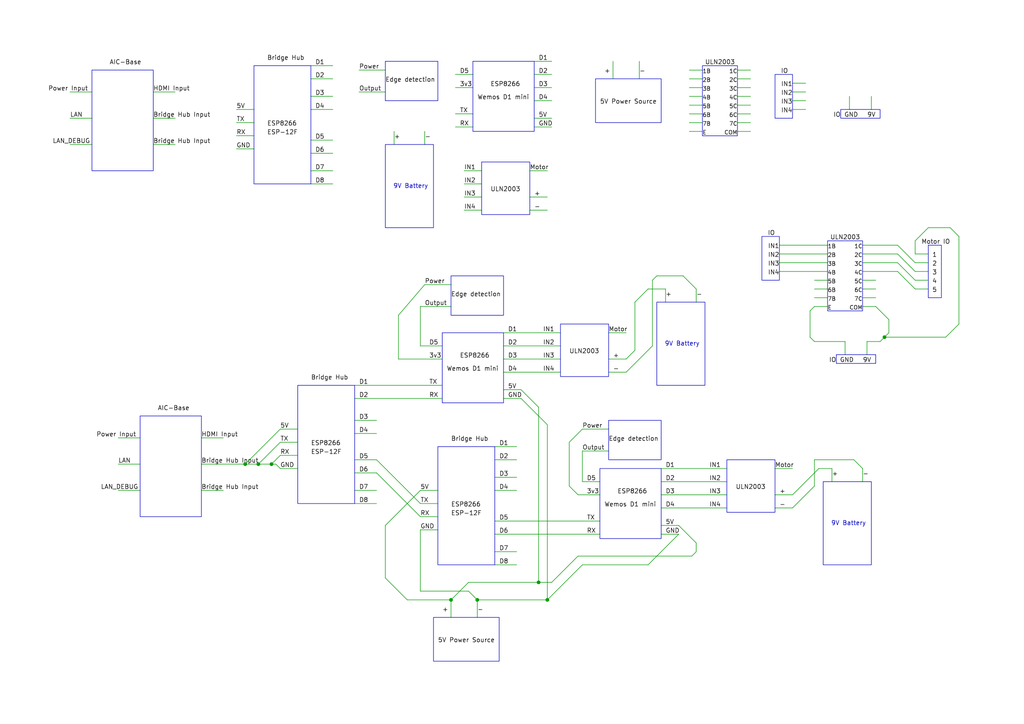
<source format=kicad_sch>
(kicad_sch
	(version 20231120)
	(generator "eeschema")
	(generator_version "8.0")
	(uuid "459fd402-8811-4a60-bc34-58cdf2f403fa")
	(paper "A4")
	(lib_symbols)
	(junction
		(at 158.75 173.99)
		(diameter 0)
		(color 0 0 0 0)
		(uuid "066c9047-9c8c-4041-a858-cc0fba76008f")
	)
	(junction
		(at 78.74 134.62)
		(diameter 0)
		(color 0 0 0 0)
		(uuid "49b6b725-08ba-44d5-abb8-72e27aa160a3")
	)
	(junction
		(at 138.43 173.99)
		(diameter 0)
		(color 0 0 0 0)
		(uuid "64b31183-2996-4d66-8404-b124f92f6023")
	)
	(junction
		(at 130.81 173.99)
		(diameter 0)
		(color 0 0 0 0)
		(uuid "6a23b7bb-c1ce-43e3-9671-fe2aaea7872b")
	)
	(junction
		(at 156.21 168.91)
		(diameter 0)
		(color 0 0 0 0)
		(uuid "bcfed074-f488-45e4-bb94-7a582c84acd8")
	)
	(junction
		(at 71.12 134.62)
		(diameter 0)
		(color 0 0 0 0)
		(uuid "df9e1e2e-1e3b-4f8c-b4e2-56669572475a")
	)
	(junction
		(at 74.93 134.62)
		(diameter 0)
		(color 0 0 0 0)
		(uuid "ecd05f1d-6857-48a7-a408-0cf3dfbe38a6")
	)
	(junction
		(at 256.54 97.79)
		(diameter 0)
		(color 0 0 0 0)
		(uuid "efa209ff-fb9c-433a-ae61-16f225e2a516")
	)
	(wire
		(pts
			(xy 257.81 92.71) (xy 254 88.9)
		)
		(stroke
			(width 0)
			(type default)
		)
		(uuid "01569fc6-3f3b-47e6-9907-2bdb1afa7ed9")
	)
	(wire
		(pts
			(xy 189.23 100.33) (xy 181.61 107.95)
		)
		(stroke
			(width 0)
			(type default)
		)
		(uuid "05083efa-dda7-4278-96b1-12a56b148029")
	)
	(wire
		(pts
			(xy 229.87 29.21) (xy 233.68 29.21)
		)
		(stroke
			(width 0)
			(type default)
		)
		(uuid "062c0db3-b155-48ee-9a50-4941126c0b12")
	)
	(wire
		(pts
			(xy 226.06 76.2) (xy 240.03 76.2)
		)
		(stroke
			(width 0)
			(type default)
		)
		(uuid "06ee196e-a02f-418d-ae7b-80d73ac1b3e7")
	)
	(wire
		(pts
			(xy 193.04 83.82) (xy 187.96 83.82)
		)
		(stroke
			(width 0)
			(type default)
		)
		(uuid "08332f2e-eef2-490f-94b7-3330844a6722")
	)
	(wire
		(pts
			(xy 167.64 143.51) (xy 165.1 140.97)
		)
		(stroke
			(width 0)
			(type default)
		)
		(uuid "08d8fbbc-0097-4366-9ef3-ca2ec2d0655e")
	)
	(wire
		(pts
			(xy 260.35 71.12) (xy 265.43 76.2)
		)
		(stroke
			(width 0)
			(type default)
		)
		(uuid "091d35c9-4da3-49bd-85c1-2bd0590c88b0")
	)
	(wire
		(pts
			(xy 184.15 101.6) (xy 181.61 104.14)
		)
		(stroke
			(width 0)
			(type default)
		)
		(uuid "097194e7-dfd3-478f-866d-f05d68dd1dbe")
	)
	(wire
		(pts
			(xy 44.45 26.67) (xy 50.8 26.67)
		)
		(stroke
			(width 0)
			(type default)
		)
		(uuid "0a2a2ddb-e9a3-4d5d-9a67-b17bd7d0bacf")
	)
	(wire
		(pts
			(xy 165.1 128.27) (xy 165.1 140.97)
		)
		(stroke
			(width 0)
			(type default)
		)
		(uuid "0b102ffe-f4bb-4810-b289-4c85aed660f4")
	)
	(wire
		(pts
			(xy 278.13 93.98) (xy 274.32 97.79)
		)
		(stroke
			(width 0)
			(type default)
		)
		(uuid "0caf5941-eaa7-4453-b132-895d0ccc7f04")
	)
	(wire
		(pts
			(xy 176.53 104.14) (xy 181.61 104.14)
		)
		(stroke
			(width 0)
			(type default)
		)
		(uuid "0dcf8155-6bc1-41b2-b2d7-c9adcfdf2716")
	)
	(wire
		(pts
			(xy 153.67 49.53) (xy 158.75 49.53)
		)
		(stroke
			(width 0)
			(type default)
		)
		(uuid "0ece8481-4219-4b1c-8023-5d26e87b010d")
	)
	(wire
		(pts
			(xy 34.29 127) (xy 40.64 127)
		)
		(stroke
			(width 0)
			(type default)
		)
		(uuid "0ef0364d-6fb0-46d2-b166-ed9ea91fc14d")
	)
	(wire
		(pts
			(xy 236.22 81.28) (xy 240.03 81.28)
		)
		(stroke
			(width 0)
			(type default)
		)
		(uuid "0f6ad9c7-a620-4572-a7f4-e461b53b8fa7")
	)
	(wire
		(pts
			(xy 143.51 163.83) (xy 149.86 163.83)
		)
		(stroke
			(width 0)
			(type default)
		)
		(uuid "1035c05a-14ef-452d-a5a7-487f53c5b085")
	)
	(wire
		(pts
			(xy 275.59 66.04) (xy 278.13 68.58)
		)
		(stroke
			(width 0)
			(type default)
		)
		(uuid "10f4edae-f255-48c1-b4fb-ded6062982c6")
	)
	(wire
		(pts
			(xy 143.51 133.35) (xy 149.86 133.35)
		)
		(stroke
			(width 0)
			(type default)
		)
		(uuid "110f3a39-2470-4b4c-a9d1-fc2332deace1")
	)
	(wire
		(pts
			(xy 201.93 83.82) (xy 201.93 87.63)
		)
		(stroke
			(width 0)
			(type default)
		)
		(uuid "11f47592-966a-45e9-a725-1bb0019d5f96")
	)
	(wire
		(pts
			(xy 199.9219 38.1181) (xy 203.7319 38.1181)
		)
		(stroke
			(width 0)
			(type default)
		)
		(uuid "13ee8f01-2b90-4950-938e-29c8a874545c")
	)
	(wire
		(pts
			(xy 250.19 86.36) (xy 254 86.36)
		)
		(stroke
			(width 0)
			(type default)
		)
		(uuid "14ad0079-1217-4847-bf30-c62b258c0b07")
	)
	(wire
		(pts
			(xy 154.94 21.59) (xy 160.02 21.59)
		)
		(stroke
			(width 0)
			(type default)
		)
		(uuid "15ad740e-8f9f-4c09-820b-110ee2ad4695")
	)
	(wire
		(pts
			(xy 241.3 135.89) (xy 241.3 139.7)
		)
		(stroke
			(width 0)
			(type default)
		)
		(uuid "170c9667-2d27-4b64-9b0a-020b5e688ca0")
	)
	(wire
		(pts
			(xy 201.93 83.82) (xy 198.12 80.01)
		)
		(stroke
			(width 0)
			(type default)
		)
		(uuid "18748c18-fa70-4c36-bfc0-0c8f88ee160e")
	)
	(wire
		(pts
			(xy 177.8 17.78) (xy 177.8 22.86)
		)
		(stroke
			(width 0)
			(type default)
		)
		(uuid "1add3ab8-e143-4158-88bb-b5354e2b1284")
	)
	(wire
		(pts
			(xy 176.53 107.95) (xy 181.61 107.95)
		)
		(stroke
			(width 0)
			(type default)
		)
		(uuid "1c81e0cb-13ad-497b-8cd8-a60517121845")
	)
	(wire
		(pts
			(xy 201.93 157.48) (xy 196.85 152.4)
		)
		(stroke
			(width 0)
			(type default)
		)
		(uuid "1d48a414-a194-4a9f-8471-77cf9d107e8e")
	)
	(wire
		(pts
			(xy 167.64 161.29) (xy 200.66 161.29)
		)
		(stroke
			(width 0)
			(type default)
		)
		(uuid "1d7d37e1-2be9-48e5-9218-8dccc06cb9fc")
	)
	(wire
		(pts
			(xy 104.14 20.32) (xy 111.76 20.32)
		)
		(stroke
			(width 0)
			(type default)
		)
		(uuid "1dacd20c-965d-4566-afaf-7fac3cf46b52")
	)
	(wire
		(pts
			(xy 255.27 99.06) (xy 256.54 97.79)
		)
		(stroke
			(width 0)
			(type default)
		)
		(uuid "1e95bd73-e21a-4ecb-b3f4-ded00752b6ae")
	)
	(wire
		(pts
			(xy 121.92 153.67) (xy 121.92 171.45)
		)
		(stroke
			(width 0)
			(type default)
		)
		(uuid "1f0c95cd-d968-4b59-a0b8-c1844dbecfcb")
	)
	(wire
		(pts
			(xy 134.62 57.15) (xy 139.7 57.15)
		)
		(stroke
			(width 0)
			(type default)
		)
		(uuid "1fa10a97-39ba-4cb9-8425-dfb80a477a80")
	)
	(wire
		(pts
			(xy 265.43 73.66) (xy 265.43 69.85)
		)
		(stroke
			(width 0)
			(type default)
		)
		(uuid "1fdc98a3-6172-47c4-948a-217151238699")
	)
	(wire
		(pts
			(xy 68.58 39.37) (xy 73.66 39.37)
		)
		(stroke
			(width 0)
			(type default)
		)
		(uuid "206cdd06-47a6-4b15-bb8d-78383f1a9ba0")
	)
	(wire
		(pts
			(xy 90.17 40.64) (xy 96.52 40.64)
		)
		(stroke
			(width 0)
			(type default)
		)
		(uuid "20d1aaa7-00ea-4339-b265-f546a377511b")
	)
	(wire
		(pts
			(xy 134.62 60.96) (xy 139.7 60.96)
		)
		(stroke
			(width 0)
			(type default)
		)
		(uuid "21cec6f0-51f5-47e9-b93d-8dfdb7d24a27")
	)
	(wire
		(pts
			(xy 250.19 135.89) (xy 247.65 133.35)
		)
		(stroke
			(width 0)
			(type default)
		)
		(uuid "22e09b43-70d3-4aaa-b68c-12a8a51b934a")
	)
	(wire
		(pts
			(xy 156.21 168.91) (xy 156.21 118.11)
		)
		(stroke
			(width 0)
			(type default)
		)
		(uuid "23a7c2f5-7eab-4bd1-91eb-27038a16d174")
	)
	(wire
		(pts
			(xy 224.79 147.32) (xy 229.87 147.32)
		)
		(stroke
			(width 0)
			(type default)
		)
		(uuid "2523d994-b942-440b-b8ae-77cf43573db9")
	)
	(wire
		(pts
			(xy 158.75 123.19) (xy 151.13 115.57)
		)
		(stroke
			(width 0)
			(type default)
		)
		(uuid "257bb498-a8e9-44c5-9636-0bad67c7ccfe")
	)
	(wire
		(pts
			(xy 229.87 31.75) (xy 233.68 31.75)
		)
		(stroke
			(width 0)
			(type default)
		)
		(uuid "26073a46-1488-488b-8231-0baaa8305bbd")
	)
	(wire
		(pts
			(xy 121.92 100.33) (xy 128.27 100.33)
		)
		(stroke
			(width 0)
			(type default)
		)
		(uuid "26344ad6-27ed-4e2e-b6e6-a15a2123b0d4")
	)
	(wire
		(pts
			(xy 257.81 96.52) (xy 257.81 92.71)
		)
		(stroke
			(width 0)
			(type default)
		)
		(uuid "2692dd8e-fdaf-4c8e-8998-2b195aade5d1")
	)
	(wire
		(pts
			(xy 250.19 135.89) (xy 250.19 139.7)
		)
		(stroke
			(width 0)
			(type default)
		)
		(uuid "28e1b0ee-2c14-472b-86f0-81eaa35c7ac8")
	)
	(wire
		(pts
			(xy 245.11 99.06) (xy 236.22 99.06)
		)
		(stroke
			(width 0)
			(type default)
		)
		(uuid "2b43b301-d630-496b-a133-03c5a375e462")
	)
	(wire
		(pts
			(xy 121.92 88.9) (xy 121.92 100.33)
		)
		(stroke
			(width 0)
			(type default)
		)
		(uuid "2c6a11b9-9dd9-4326-8d56-5e51b1fab535")
	)
	(wire
		(pts
			(xy 213.8919 33.0381) (xy 217.7019 33.0381)
		)
		(stroke
			(width 0)
			(type default)
		)
		(uuid "2d019adf-1144-402b-90bf-1d2480c66e0b")
	)
	(wire
		(pts
			(xy 20.32 26.67) (xy 26.67 26.67)
		)
		(stroke
			(width 0)
			(type default)
		)
		(uuid "2fb00d9e-dab6-43b4-afd8-b5069066099b")
	)
	(wire
		(pts
			(xy 198.12 80.01) (xy 190.5 80.01)
		)
		(stroke
			(width 0)
			(type default)
		)
		(uuid "3001b007-2a07-4535-9196-77567324add7")
	)
	(wire
		(pts
			(xy 250.19 76.2) (xy 260.35 76.2)
		)
		(stroke
			(width 0)
			(type default)
		)
		(uuid "3026a43c-20af-439d-896d-2e47808ebbdd")
	)
	(wire
		(pts
			(xy 138.43 173.99) (xy 135.89 171.45)
		)
		(stroke
			(width 0)
			(type default)
		)
		(uuid "30cd3ed9-dece-4243-b90d-a4f4af75b358")
	)
	(wire
		(pts
			(xy 90.17 31.75) (xy 96.52 31.75)
		)
		(stroke
			(width 0)
			(type default)
		)
		(uuid "3219797d-d685-4543-901e-65ad616c3ed4")
	)
	(wire
		(pts
			(xy 90.17 27.94) (xy 96.52 27.94)
		)
		(stroke
			(width 0)
			(type default)
		)
		(uuid "33f6f351-b5cb-4053-899c-f88d78e18e94")
	)
	(wire
		(pts
			(xy 199.9219 30.4981) (xy 203.7319 30.4981)
		)
		(stroke
			(width 0)
			(type default)
		)
		(uuid "353ebe6b-4e33-47dd-a610-de9a09a2a285")
	)
	(wire
		(pts
			(xy 90.17 19.05) (xy 96.52 19.05)
		)
		(stroke
			(width 0)
			(type default)
		)
		(uuid "3a80044c-6ac6-4ba9-bb0e-738ca4d25051")
	)
	(wire
		(pts
			(xy 146.05 107.95) (xy 162.56 107.95)
		)
		(stroke
			(width 0)
			(type default)
		)
		(uuid "3b02de5f-7e6b-4fb5-a83e-66c4db32bfc3")
	)
	(wire
		(pts
			(xy 138.43 173.99) (xy 158.75 173.99)
		)
		(stroke
			(width 0)
			(type default)
		)
		(uuid "3c6149f7-49c7-4ae4-883c-bb951de63b3b")
	)
	(wire
		(pts
			(xy 274.32 97.79) (xy 256.54 97.79)
		)
		(stroke
			(width 0)
			(type default)
		)
		(uuid "3d34f2d6-a800-4485-8f79-38acc1a91080")
	)
	(wire
		(pts
			(xy 236.22 140.97) (xy 229.87 147.32)
		)
		(stroke
			(width 0)
			(type default)
		)
		(uuid "3ecf0937-41d3-4965-bc9c-e7e742173c32")
	)
	(wire
		(pts
			(xy 121.92 149.86) (xy 127 149.86)
		)
		(stroke
			(width 0)
			(type default)
		)
		(uuid "3f805e48-206d-4908-bd66-4e71664dbc7e")
	)
	(wire
		(pts
			(xy 199.9219 35.5781) (xy 203.7319 35.5781)
		)
		(stroke
			(width 0)
			(type default)
		)
		(uuid "3ff0db2d-bda5-4dc7-9000-147bb027c354")
	)
	(wire
		(pts
			(xy 250.19 83.82) (xy 254 83.82)
		)
		(stroke
			(width 0)
			(type default)
		)
		(uuid "403e5dd6-87fc-4620-a2d0-c4b40ecf7070")
	)
	(wire
		(pts
			(xy 236.22 88.9) (xy 240.03 88.9)
		)
		(stroke
			(width 0)
			(type default)
		)
		(uuid "410cd6f6-1ba1-4fb7-b270-54726f9e323a")
	)
	(wire
		(pts
			(xy 265.43 76.2) (xy 269.24 76.2)
		)
		(stroke
			(width 0)
			(type default)
		)
		(uuid "415d82f5-4adc-4b4c-a146-4a748ecd0091")
	)
	(wire
		(pts
			(xy 234.95 90.17) (xy 236.22 88.9)
		)
		(stroke
			(width 0)
			(type default)
		)
		(uuid "444ec4e0-a32e-4464-945a-e0d96e48bb11")
	)
	(wire
		(pts
			(xy 130.81 173.99) (xy 130.81 179.07)
		)
		(stroke
			(width 0)
			(type default)
		)
		(uuid "4668daa8-b147-41dc-b524-f1c2259dd1c0")
	)
	(wire
		(pts
			(xy 134.62 53.34) (xy 139.7 53.34)
		)
		(stroke
			(width 0)
			(type default)
		)
		(uuid "47d27baf-feba-4b9c-a745-1d4956e746e8")
	)
	(wire
		(pts
			(xy 90.17 44.45) (xy 96.52 44.45)
		)
		(stroke
			(width 0)
			(type default)
		)
		(uuid "496df082-e006-432b-9d36-20d7c469f611")
	)
	(wire
		(pts
			(xy 102.87 121.92) (xy 109.22 121.92)
		)
		(stroke
			(width 0)
			(type default)
		)
		(uuid "4a5698c7-9340-4eac-9300-f7d55748fdeb")
	)
	(wire
		(pts
			(xy 20.32 41.91) (xy 26.67 41.91)
		)
		(stroke
			(width 0)
			(type default)
		)
		(uuid "4aeb01ce-18e4-4429-8d48-44efdaee4cea")
	)
	(wire
		(pts
			(xy 153.67 57.15) (xy 158.75 57.15)
		)
		(stroke
			(width 0)
			(type default)
		)
		(uuid "4c4f8941-f42b-4d3e-b244-2e632d21f8bd")
	)
	(wire
		(pts
			(xy 236.22 99.06) (xy 234.95 97.79)
		)
		(stroke
			(width 0)
			(type default)
		)
		(uuid "4c697a8f-d403-4b0c-95db-f1eb7bd0db44")
	)
	(wire
		(pts
			(xy 250.19 71.12) (xy 260.35 71.12)
		)
		(stroke
			(width 0)
			(type default)
		)
		(uuid "4cdd55b6-4a80-4b74-ae24-03988d6d5b52")
	)
	(wire
		(pts
			(xy 102.87 125.73) (xy 109.22 125.73)
		)
		(stroke
			(width 0)
			(type default)
		)
		(uuid "4e4e02bd-4255-4619-8e05-652fe4ec7e27")
	)
	(wire
		(pts
			(xy 256.54 97.79) (xy 257.81 96.52)
		)
		(stroke
			(width 0)
			(type default)
		)
		(uuid "4fcc0201-be42-4ea9-8fb3-706393d695b3")
	)
	(wire
		(pts
			(xy 146.05 113.03) (xy 151.13 113.03)
		)
		(stroke
			(width 0)
			(type default)
		)
		(uuid "5362d411-f5cc-44cc-beb4-91060553c79a")
	)
	(wire
		(pts
			(xy 168.91 124.46) (xy 176.53 124.46)
		)
		(stroke
			(width 0)
			(type default)
		)
		(uuid "5382bb31-dedd-4ae1-a863-690db14333e1")
	)
	(wire
		(pts
			(xy 154.94 17.78) (xy 160.02 17.78)
		)
		(stroke
			(width 0)
			(type default)
		)
		(uuid "53867a7c-e579-4021-bd5e-19101c045503")
	)
	(wire
		(pts
			(xy 191.77 152.4) (xy 196.85 152.4)
		)
		(stroke
			(width 0)
			(type default)
		)
		(uuid "56505b31-de89-45fd-af4b-d237ef680dbf")
	)
	(wire
		(pts
			(xy 237.49 135.89) (xy 229.87 143.51)
		)
		(stroke
			(width 0)
			(type default)
		)
		(uuid "59c4333d-6cbb-4ba1-8c82-4db73c80b9df")
	)
	(wire
		(pts
			(xy 81.28 132.08) (xy 86.36 132.08)
		)
		(stroke
			(width 0)
			(type default)
		)
		(uuid "59df403d-9488-479b-b013-ffa5a37e8de7")
	)
	(wire
		(pts
			(xy 250.19 73.66) (xy 260.35 73.66)
		)
		(stroke
			(width 0)
			(type default)
		)
		(uuid "5b90ee62-ea36-49f3-a46b-6e61b67e9f2f")
	)
	(wire
		(pts
			(xy 191.77 139.7) (xy 210.82 139.7)
		)
		(stroke
			(width 0)
			(type default)
		)
		(uuid "5c1cadae-dc69-4812-875b-cb555064564e")
	)
	(wire
		(pts
			(xy 269.24 66.04) (xy 275.59 66.04)
		)
		(stroke
			(width 0)
			(type default)
		)
		(uuid "5c6a0f2f-c57e-405b-a4cf-a9a5f9147e48")
	)
	(wire
		(pts
			(xy 44.45 41.91) (xy 50.8 41.91)
		)
		(stroke
			(width 0)
			(type default)
		)
		(uuid "5d37e992-fd18-4439-8e4b-a0b35dd2c303")
	)
	(wire
		(pts
			(xy 191.77 135.89) (xy 210.82 135.89)
		)
		(stroke
			(width 0)
			(type default)
		)
		(uuid "631db93d-35c7-4e84-a48b-939ceb9a289c")
	)
	(wire
		(pts
			(xy 226.06 78.74) (xy 240.03 78.74)
		)
		(stroke
			(width 0)
			(type default)
		)
		(uuid "65ee82f6-2803-46f8-8c67-a7f6696f3950")
	)
	(wire
		(pts
			(xy 138.43 173.99) (xy 138.43 179.07)
		)
		(stroke
			(width 0)
			(type default)
		)
		(uuid "660cd76e-4ac6-4224-bcc5-8d567196c50c")
	)
	(wire
		(pts
			(xy 132.08 25.4) (xy 137.16 25.4)
		)
		(stroke
			(width 0)
			(type default)
		)
		(uuid "669acc6e-87cd-4473-afbc-d637cb7ae75d")
	)
	(wire
		(pts
			(xy 34.29 134.62) (xy 40.64 134.62)
		)
		(stroke
			(width 0)
			(type default)
		)
		(uuid "67a47928-273e-45c7-b687-b0c559b91819")
	)
	(wire
		(pts
			(xy 191.77 143.51) (xy 210.82 143.51)
		)
		(stroke
			(width 0)
			(type default)
		)
		(uuid "69dfef87-d356-485f-afb7-991c8e6b147a")
	)
	(wire
		(pts
			(xy 81.28 124.46) (xy 86.36 124.46)
		)
		(stroke
			(width 0)
			(type default)
		)
		(uuid "6b34e7de-b1c1-4bc0-be9e-4c2cc1786869")
	)
	(wire
		(pts
			(xy 121.92 88.9) (xy 130.81 88.9)
		)
		(stroke
			(width 0)
			(type default)
		)
		(uuid "6deee1f0-543a-4e0e-b6fe-7c7c8fa2ca0d")
	)
	(wire
		(pts
			(xy 190.5 80.01) (xy 189.23 81.28)
		)
		(stroke
			(width 0)
			(type default)
		)
		(uuid "6e14168e-c664-444a-8297-2ea2b1c896f3")
	)
	(wire
		(pts
			(xy 168.91 130.81) (xy 168.91 139.7)
		)
		(stroke
			(width 0)
			(type default)
		)
		(uuid "6e319e3d-f15a-4b12-897b-1989faefca45")
	)
	(wire
		(pts
			(xy 234.95 97.79) (xy 234.95 90.17)
		)
		(stroke
			(width 0)
			(type default)
		)
		(uuid "6fbeadf8-3969-4249-8ec9-eb16795a8425")
	)
	(wire
		(pts
			(xy 265.43 83.82) (xy 269.24 83.82)
		)
		(stroke
			(width 0)
			(type default)
		)
		(uuid "70363c93-56b0-4d22-ae79-4ed1183a077d")
	)
	(wire
		(pts
			(xy 236.22 133.35) (xy 247.65 133.35)
		)
		(stroke
			(width 0)
			(type default)
		)
		(uuid "704103bc-663b-47d7-87ee-26c0651ff788")
	)
	(wire
		(pts
			(xy 58.42 127) (xy 64.77 127)
		)
		(stroke
			(width 0)
			(type default)
		)
		(uuid "723c18da-827e-4e8b-a866-87a7b6fe6cf9")
	)
	(wire
		(pts
			(xy 109.22 137.16) (xy 121.92 149.86)
		)
		(stroke
			(width 0)
			(type default)
		)
		(uuid "72471466-7f11-4b3e-a206-90eff2744591")
	)
	(wire
		(pts
			(xy 123.19 82.55) (xy 130.81 82.55)
		)
		(stroke
			(width 0)
			(type default)
		)
		(uuid "734a3a12-72ed-40c3-9c84-985b87d0586c")
	)
	(wire
		(pts
			(xy 224.79 135.89) (xy 229.87 135.89)
		)
		(stroke
			(width 0)
			(type default)
		)
		(uuid "75210418-1777-40cf-aac8-17b396bf6d4d")
	)
	(wire
		(pts
			(xy 146.05 115.57) (xy 151.13 115.57)
		)
		(stroke
			(width 0)
			(type default)
		)
		(uuid "75b3b6fa-ff76-4964-be73-aa167d0d3320")
	)
	(wire
		(pts
			(xy 132.08 21.59) (xy 137.16 21.59)
		)
		(stroke
			(width 0)
			(type default)
		)
		(uuid "763efc7c-33b6-4881-9a0a-2a176aa38400")
	)
	(wire
		(pts
			(xy 265.43 81.28) (xy 269.24 81.28)
		)
		(stroke
			(width 0)
			(type default)
		)
		(uuid "79a8441a-2447-4217-bc96-2ea3d3a221db")
	)
	(wire
		(pts
			(xy 165.1 128.27) (xy 168.91 124.46)
		)
		(stroke
			(width 0)
			(type default)
		)
		(uuid "7aadd9c7-1fcd-4e3a-8d87-fe023cbc1207")
	)
	(wire
		(pts
			(xy 236.22 133.35) (xy 236.22 140.97)
		)
		(stroke
			(width 0)
			(type default)
		)
		(uuid "7b8108d7-8924-427a-9831-f253c1bf470e")
	)
	(wire
		(pts
			(xy 68.58 35.56) (xy 73.66 35.56)
		)
		(stroke
			(width 0)
			(type default)
		)
		(uuid "7b8cce24-4d1e-475f-8006-46c9a7dc073f")
	)
	(wire
		(pts
			(xy 154.94 25.4) (xy 160.02 25.4)
		)
		(stroke
			(width 0)
			(type default)
		)
		(uuid "7e9e15bb-ab18-4555-8172-2b5b60c7b819")
	)
	(wire
		(pts
			(xy 121.92 171.45) (xy 135.89 171.45)
		)
		(stroke
			(width 0)
			(type default)
		)
		(uuid "804bbeeb-ec13-43bd-b3e4-e3007e476b13")
	)
	(wire
		(pts
			(xy 199.9219 20.3381) (xy 203.7319 20.3381)
		)
		(stroke
			(width 0)
			(type default)
		)
		(uuid "80ce4d81-0d14-48eb-9cb6-486d99ba91c2")
	)
	(wire
		(pts
			(xy 168.91 163.83) (xy 187.96 163.83)
		)
		(stroke
			(width 0)
			(type default)
		)
		(uuid "823f0f57-40d4-442d-ba21-123e5c4281b9")
	)
	(wire
		(pts
			(xy 154.94 36.83) (xy 160.02 36.83)
		)
		(stroke
			(width 0)
			(type default)
		)
		(uuid "82b68545-f2ec-4d5d-9a08-bc1edbb771fe")
	)
	(wire
		(pts
			(xy 111.76 152.4) (xy 121.92 142.24)
		)
		(stroke
			(width 0)
			(type default)
		)
		(uuid "837a7c49-831f-4fab-bda0-a84eeaa0a1a8")
	)
	(wire
		(pts
			(xy 229.87 26.67) (xy 233.68 26.67)
		)
		(stroke
			(width 0)
			(type default)
		)
		(uuid "8389f3ab-d0cf-4be0-bcc7-b2d14b1763e1")
	)
	(wire
		(pts
			(xy 90.17 53.34) (xy 96.52 53.34)
		)
		(stroke
			(width 0)
			(type default)
		)
		(uuid "8475aa93-05db-4680-a5a3-c8012114abb4")
	)
	(wire
		(pts
			(xy 260.35 76.2) (xy 265.43 81.28)
		)
		(stroke
			(width 0)
			(type default)
		)
		(uuid "8584f2d4-2f68-4849-ad5f-b0e8b0f717e1")
	)
	(wire
		(pts
			(xy 80.01 134.62) (xy 81.28 135.89)
		)
		(stroke
			(width 0)
			(type default)
		)
		(uuid "8add6445-b8ce-4733-ad6f-0a1a01b4f81d")
	)
	(wire
		(pts
			(xy 115.57 104.14) (xy 128.27 104.14)
		)
		(stroke
			(width 0)
			(type default)
		)
		(uuid "8bc9c0a3-95b0-450b-a6ca-340c2accc62e")
	)
	(wire
		(pts
			(xy 121.92 146.05) (xy 127 146.05)
		)
		(stroke
			(width 0)
			(type default)
		)
		(uuid "8bcc1dc8-9bd6-4cb7-880f-e87958a54e2b")
	)
	(wire
		(pts
			(xy 78.74 134.62) (xy 80.01 134.62)
		)
		(stroke
			(width 0)
			(type default)
		)
		(uuid "8c4d43a0-639f-489b-8d3f-652dc40065a9")
	)
	(wire
		(pts
			(xy 130.81 173.99) (xy 118.11 173.99)
		)
		(stroke
			(width 0)
			(type default)
		)
		(uuid "8c53144c-14ef-46dd-8b90-0b76ee4d2251")
	)
	(wire
		(pts
			(xy 78.74 134.62) (xy 81.28 132.08)
		)
		(stroke
			(width 0)
			(type default)
		)
		(uuid "8ec5d074-267d-4393-aca3-904ff143e904")
	)
	(wire
		(pts
			(xy 213.8919 38.1181) (xy 217.7019 38.1181)
		)
		(stroke
			(width 0)
			(type default)
		)
		(uuid "8fdb3c8c-c4ea-4f44-b29b-d9894bc62991")
	)
	(wire
		(pts
			(xy 102.87 133.35) (xy 109.22 133.35)
		)
		(stroke
			(width 0)
			(type default)
		)
		(uuid "91fa0ecb-0114-477b-bbbd-e87995926ba7")
	)
	(wire
		(pts
			(xy 241.3 135.89) (xy 237.49 135.89)
		)
		(stroke
			(width 0)
			(type default)
		)
		(uuid "924d88e0-be40-421e-9128-f4bb5d54c6cd")
	)
	(wire
		(pts
			(xy 146.05 96.52) (xy 162.56 96.52)
		)
		(stroke
			(width 0)
			(type default)
		)
		(uuid "9494cbf3-6d4d-479c-8e2c-a58bff3043f5")
	)
	(wire
		(pts
			(xy 74.93 134.62) (xy 78.74 134.62)
		)
		(stroke
			(width 0)
			(type default)
		)
		(uuid "94eafa25-f13e-4e6c-98a8-68014f21df10")
	)
	(wire
		(pts
			(xy 184.15 87.63) (xy 184.15 101.6)
		)
		(stroke
			(width 0)
			(type default)
		)
		(uuid "951cd76e-25ea-4152-a298-b62ec21dfd2c")
	)
	(wire
		(pts
			(xy 143.51 151.13) (xy 173.99 151.13)
		)
		(stroke
			(width 0)
			(type default)
		)
		(uuid "993bfa4f-0b4b-4387-90ef-80f7bab7629a")
	)
	(wire
		(pts
			(xy 193.04 83.82) (xy 193.04 87.63)
		)
		(stroke
			(width 0)
			(type default)
		)
		(uuid "99ad1fea-a2be-4e74-b528-832df75f064b")
	)
	(wire
		(pts
			(xy 44.45 34.29) (xy 50.8 34.29)
		)
		(stroke
			(width 0)
			(type default)
		)
		(uuid "9a8eb47b-d781-4630-a507-d753ce954f17")
	)
	(wire
		(pts
			(xy 118.11 173.99) (xy 111.76 167.64)
		)
		(stroke
			(width 0)
			(type default)
		)
		(uuid "9c0d3d99-3568-49b7-ad63-e1d096e30794")
	)
	(wire
		(pts
			(xy 102.87 115.57) (xy 128.27 115.57)
		)
		(stroke
			(width 0)
			(type default)
		)
		(uuid "9d25d096-9dfd-4a43-b74b-9c701ddcd6a2")
	)
	(wire
		(pts
			(xy 251.46 99.06) (xy 251.46 102.87)
		)
		(stroke
			(width 0)
			(type default)
		)
		(uuid "a03505de-31b0-43e6-991f-01352b91bd5f")
	)
	(wire
		(pts
			(xy 104.14 26.67) (xy 111.76 26.67)
		)
		(stroke
			(width 0)
			(type default)
		)
		(uuid "a09baaba-2f08-4060-8566-514533f4c669")
	)
	(wire
		(pts
			(xy 143.51 154.94) (xy 173.99 154.94)
		)
		(stroke
			(width 0)
			(type default)
		)
		(uuid "a20ca341-6640-49d9-a3c4-e941a7bd8303")
	)
	(wire
		(pts
			(xy 168.91 130.81) (xy 176.53 130.81)
		)
		(stroke
			(width 0)
			(type default)
		)
		(uuid "a30a353c-2479-4a7e-9c71-445b4173283f")
	)
	(wire
		(pts
			(xy 213.8919 27.9581) (xy 217.7019 27.9581)
		)
		(stroke
			(width 0)
			(type default)
		)
		(uuid "a769d34c-fdbb-45ba-9a54-1910db740938")
	)
	(wire
		(pts
			(xy 102.87 137.16) (xy 109.22 137.16)
		)
		(stroke
			(width 0)
			(type default)
		)
		(uuid "a83855b9-75cb-4a53-9184-839d6fa9f545")
	)
	(wire
		(pts
			(xy 114.3 38.1) (xy 114.3 41.91)
		)
		(stroke
			(width 0)
			(type default)
		)
		(uuid "aaedd09d-17f2-420f-9b06-15b912534e73")
	)
	(wire
		(pts
			(xy 153.67 60.96) (xy 158.75 60.96)
		)
		(stroke
			(width 0)
			(type default)
		)
		(uuid "ab42c9b6-bac2-482a-a903-f0b1b46bd535")
	)
	(wire
		(pts
			(xy 252.73 27.94) (xy 252.73 31.75)
		)
		(stroke
			(width 0)
			(type default)
		)
		(uuid "ac324e7f-af1d-488c-b72b-92d2f9473c4b")
	)
	(wire
		(pts
			(xy 245.11 99.06) (xy 245.11 102.87)
		)
		(stroke
			(width 0)
			(type default)
		)
		(uuid "b148d5c8-466a-4b63-b747-6728e0f07552")
	)
	(wire
		(pts
			(xy 68.58 43.18) (xy 73.66 43.18)
		)
		(stroke
			(width 0)
			(type default)
		)
		(uuid "b2882754-a2f0-490d-a444-95a47ab4c0f1")
	)
	(wire
		(pts
			(xy 146.05 104.14) (xy 162.56 104.14)
		)
		(stroke
			(width 0)
			(type default)
		)
		(uuid "b35084cb-b69b-4052-8aa1-344a78926625")
	)
	(wire
		(pts
			(xy 158.75 173.99) (xy 168.91 163.83)
		)
		(stroke
			(width 0)
			(type default)
		)
		(uuid "b4bf896a-1c4f-4ab2-8440-55df12b232a0")
	)
	(wire
		(pts
			(xy 213.8919 30.4981) (xy 217.7019 30.4981)
		)
		(stroke
			(width 0)
			(type default)
		)
		(uuid "b50f2e69-4c63-48c2-bf95-7c04319435de")
	)
	(wire
		(pts
			(xy 58.42 142.24) (xy 64.77 142.24)
		)
		(stroke
			(width 0)
			(type default)
		)
		(uuid "b538646b-4045-4261-91cb-101298efc2a0")
	)
	(wire
		(pts
			(xy 143.51 142.24) (xy 149.86 142.24)
		)
		(stroke
			(width 0)
			(type default)
		)
		(uuid "b58382eb-96a4-483f-8f44-a746b1b7937d")
	)
	(wire
		(pts
			(xy 58.42 134.62) (xy 71.12 134.62)
		)
		(stroke
			(width 0)
			(type default)
		)
		(uuid "b6f51663-0310-4ad7-b44e-7714978567e0")
	)
	(wire
		(pts
			(xy 246.38 27.94) (xy 246.38 31.75)
		)
		(stroke
			(width 0)
			(type default)
		)
		(uuid "b71bf9f1-1948-42ba-bfb8-d810075902aa")
	)
	(wire
		(pts
			(xy 81.28 135.89) (xy 86.36 135.89)
		)
		(stroke
			(width 0)
			(type default)
		)
		(uuid "b7ebc74e-57c5-4aaf-a922-bc888aeb5677")
	)
	(wire
		(pts
			(xy 160.02 168.91) (xy 167.64 161.29)
		)
		(stroke
			(width 0)
			(type default)
		)
		(uuid "b839f003-7069-45ab-866b-c1f470a37bdc")
	)
	(wire
		(pts
			(xy 265.43 78.74) (xy 269.24 78.74)
		)
		(stroke
			(width 0)
			(type default)
		)
		(uuid "b8561921-9a15-423f-af5e-4b54074dd719")
	)
	(wire
		(pts
			(xy 191.77 147.32) (xy 210.82 147.32)
		)
		(stroke
			(width 0)
			(type default)
		)
		(uuid "baa3ef7c-aaed-40d0-9564-6f3306dc3639")
	)
	(wire
		(pts
			(xy 115.57 91.44) (xy 123.19 82.55)
		)
		(stroke
			(width 0)
			(type default)
		)
		(uuid "bad44158-94ea-4aeb-b118-9a9379a6b24b")
	)
	(wire
		(pts
			(xy 265.43 69.85) (xy 269.24 66.04)
		)
		(stroke
			(width 0)
			(type default)
		)
		(uuid "bbf64721-2c5e-43c9-8356-91ec2151909f")
	)
	(wire
		(pts
			(xy 226.06 71.12) (xy 240.03 71.12)
		)
		(stroke
			(width 0)
			(type default)
		)
		(uuid "bc6f3ecd-adf4-4092-b54f-ced2a409c8de")
	)
	(wire
		(pts
			(xy 102.87 146.05) (xy 109.22 146.05)
		)
		(stroke
			(width 0)
			(type default)
		)
		(uuid "bf19392e-ad16-4c39-a17c-274ffcbca959")
	)
	(wire
		(pts
			(xy 74.93 134.62) (xy 81.28 128.27)
		)
		(stroke
			(width 0)
			(type default)
		)
		(uuid "c2a6cbd3-060b-4963-92e1-e1abb7b025f0")
	)
	(wire
		(pts
			(xy 278.13 68.58) (xy 278.13 93.98)
		)
		(stroke
			(width 0)
			(type default)
		)
		(uuid "c30e1fc8-8ad4-456a-a165-684a477ef23d")
	)
	(wire
		(pts
			(xy 200.66 161.29) (xy 201.93 160.02)
		)
		(stroke
			(width 0)
			(type default)
		)
		(uuid "c34510b2-6b96-4b54-ad1e-fd482139cd4d")
	)
	(wire
		(pts
			(xy 68.58 31.75) (xy 73.66 31.75)
		)
		(stroke
			(width 0)
			(type default)
		)
		(uuid "c3b4fdec-a151-45d9-97ab-1e7028d8bd42")
	)
	(wire
		(pts
			(xy 213.8919 22.8781) (xy 217.7019 22.8781)
		)
		(stroke
			(width 0)
			(type default)
		)
		(uuid "c467910b-9a4e-4a57-ba00-9d92cd195ebb")
	)
	(wire
		(pts
			(xy 90.17 22.86) (xy 96.52 22.86)
		)
		(stroke
			(width 0)
			(type default)
		)
		(uuid "c47e19e7-0e53-497a-a80c-07e880f70502")
	)
	(wire
		(pts
			(xy 213.8919 35.5781) (xy 217.7019 35.5781)
		)
		(stroke
			(width 0)
			(type default)
		)
		(uuid "c687dec8-863b-401d-8da1-52d7e4455e73")
	)
	(wire
		(pts
			(xy 250.19 78.74) (xy 260.35 78.74)
		)
		(stroke
			(width 0)
			(type default)
		)
		(uuid "c6ffa910-e0f3-4554-8cc3-eeac52e52e4c")
	)
	(wire
		(pts
			(xy 132.08 33.02) (xy 137.16 33.02)
		)
		(stroke
			(width 0)
			(type default)
		)
		(uuid "c73389b0-3925-41e4-9152-5cd7900050df")
	)
	(wire
		(pts
			(xy 213.8919 25.4181) (xy 217.7019 25.4181)
		)
		(stroke
			(width 0)
			(type default)
		)
		(uuid "c7ca03e5-80ed-4948-a58f-05b043950158")
	)
	(wire
		(pts
			(xy 143.51 138.43) (xy 149.86 138.43)
		)
		(stroke
			(width 0)
			(type default)
		)
		(uuid "c8450242-c48c-40ea-b006-536a7cd5bb7c")
	)
	(wire
		(pts
			(xy 187.96 83.82) (xy 184.15 87.63)
		)
		(stroke
			(width 0)
			(type default)
		)
		(uuid "cb6cd34b-a62b-4afe-8208-13d0533745b6")
	)
	(wire
		(pts
			(xy 168.91 139.7) (xy 173.99 139.7)
		)
		(stroke
			(width 0)
			(type default)
		)
		(uuid "cd103fa3-baf4-4b8d-b7ed-b094201317bb")
	)
	(wire
		(pts
			(xy 123.19 38.1) (xy 123.19 41.91)
		)
		(stroke
			(width 0)
			(type default)
		)
		(uuid "cdffa304-e3d3-4b43-ba25-c2dd4249c933")
	)
	(wire
		(pts
			(xy 236.22 86.36) (xy 240.03 86.36)
		)
		(stroke
			(width 0)
			(type default)
		)
		(uuid "cea81d9d-dce4-4984-ad53-6d70882cc225")
	)
	(wire
		(pts
			(xy 34.29 142.24) (xy 40.64 142.24)
		)
		(stroke
			(width 0)
			(type default)
		)
		(uuid "ceef93d0-b6e2-4604-b010-76ec13744b10")
	)
	(wire
		(pts
			(xy 250.19 88.9) (xy 254 88.9)
		)
		(stroke
			(width 0)
			(type default)
		)
		(uuid "cf01d65b-d4fd-43b3-9a0c-4e27bf990128")
	)
	(wire
		(pts
			(xy 71.12 134.62) (xy 74.93 134.62)
		)
		(stroke
			(width 0)
			(type default)
		)
		(uuid "cf17d98f-40e6-4509-b178-ef6514abd3b9")
	)
	(wire
		(pts
			(xy 154.94 34.29) (xy 160.02 34.29)
		)
		(stroke
			(width 0)
			(type default)
		)
		(uuid "cf31053a-e569-4004-9878-bf178ab9d8ea")
	)
	(wire
		(pts
			(xy 229.87 24.13) (xy 233.68 24.13)
		)
		(stroke
			(width 0)
			(type default)
		)
		(uuid "d061fc78-bf6e-4822-b698-01e4618a0765")
	)
	(wire
		(pts
			(xy 156.21 118.11) (xy 151.13 113.03)
		)
		(stroke
			(width 0)
			(type default)
		)
		(uuid "d0a9cdff-ba16-499d-a1b2-4c4006d2682f")
	)
	(wire
		(pts
			(xy 191.77 154.94) (xy 196.85 154.94)
		)
		(stroke
			(width 0)
			(type default)
		)
		(uuid "d20bdb02-04a0-4511-a15c-577337cad6e8")
	)
	(wire
		(pts
			(xy 156.21 168.91) (xy 160.02 168.91)
		)
		(stroke
			(width 0)
			(type default)
		)
		(uuid "d2a8dd0a-73b9-48e8-b010-1c0035940f89")
	)
	(wire
		(pts
			(xy 109.22 133.35) (xy 121.92 146.05)
		)
		(stroke
			(width 0)
			(type default)
		)
		(uuid "d31ba0fb-bfc4-4691-881f-74ee9665f572")
	)
	(wire
		(pts
			(xy 143.51 160.02) (xy 149.86 160.02)
		)
		(stroke
			(width 0)
			(type default)
		)
		(uuid "d3e9d892-ed5e-4cea-99d6-f0a8b2eab015")
	)
	(wire
		(pts
			(xy 71.12 134.62) (xy 81.28 124.46)
		)
		(stroke
			(width 0)
			(type default)
		)
		(uuid "d6da95dc-1554-4ff8-baad-5b65ce19bab8")
	)
	(wire
		(pts
			(xy 199.9219 33.0381) (xy 203.7319 33.0381)
		)
		(stroke
			(width 0)
			(type default)
		)
		(uuid "d8c64a27-2f53-4e63-812b-37f674d560d2")
	)
	(wire
		(pts
			(xy 260.35 73.66) (xy 265.43 78.74)
		)
		(stroke
			(width 0)
			(type default)
		)
		(uuid "d94edeb0-5d93-4220-83e1-d69f493d15a6")
	)
	(wire
		(pts
			(xy 260.35 78.74) (xy 265.43 83.82)
		)
		(stroke
			(width 0)
			(type default)
		)
		(uuid "ddcc08c2-694d-48ed-a4d0-50a09e60cb94")
	)
	(wire
		(pts
			(xy 265.43 73.66) (xy 269.24 73.66)
		)
		(stroke
			(width 0)
			(type default)
		)
		(uuid "e23b199f-642a-4838-9208-b08c439983ba")
	)
	(wire
		(pts
			(xy 199.9219 22.8781) (xy 203.7319 22.8781)
		)
		(stroke
			(width 0)
			(type default)
		)
		(uuid "e326906a-a44b-4d7d-9f9b-75aa3ee15f36")
	)
	(wire
		(pts
			(xy 154.94 29.21) (xy 160.02 29.21)
		)
		(stroke
			(width 0)
			(type default)
		)
		(uuid "e5d1f1dd-51d5-4e98-af64-f72153e557cb")
	)
	(wire
		(pts
			(xy 167.64 143.51) (xy 173.99 143.51)
		)
		(stroke
			(width 0)
			(type default)
		)
		(uuid "e5f6106f-2125-4d5e-b126-1f749ea1c840")
	)
	(wire
		(pts
			(xy 187.96 163.83) (xy 196.85 154.94)
		)
		(stroke
			(width 0)
			(type default)
		)
		(uuid "e6b3b936-4ddf-4390-a14e-dee09e889e1e")
	)
	(wire
		(pts
			(xy 132.08 36.83) (xy 137.16 36.83)
		)
		(stroke
			(width 0)
			(type default)
		)
		(uuid "e6cd8525-416d-4c4d-aa44-f89cf9b3bab0")
	)
	(wire
		(pts
			(xy 81.28 128.27) (xy 86.36 128.27)
		)
		(stroke
			(width 0)
			(type default)
		)
		(uuid "e7b67f21-9b2b-499b-8db6-3e8c449476b1")
	)
	(wire
		(pts
			(xy 111.76 167.64) (xy 111.76 152.4)
		)
		(stroke
			(width 0)
			(type default)
		)
		(uuid "e88bbb75-888e-432e-93ad-fd77d37b9288")
	)
	(wire
		(pts
			(xy 236.22 83.82) (xy 240.03 83.82)
		)
		(stroke
			(width 0)
			(type default)
		)
		(uuid "e8a0410a-69f1-43da-b660-09ac19e35bd8")
	)
	(wire
		(pts
			(xy 199.9219 27.9581) (xy 203.7319 27.9581)
		)
		(stroke
			(width 0)
			(type default)
		)
		(uuid "e9ae9d63-4be7-4c49-9866-a34f11392e79")
	)
	(wire
		(pts
			(xy 130.81 173.99) (xy 135.89 168.91)
		)
		(stroke
			(width 0)
			(type default)
		)
		(uuid "eb58ba32-2af0-4048-9bea-5dc66b63e5b2")
	)
	(wire
		(pts
			(xy 250.19 81.28) (xy 254 81.28)
		)
		(stroke
			(width 0)
			(type default)
		)
		(uuid "eb7d4eba-0840-4994-9377-fb6762d81c0a")
	)
	(wire
		(pts
			(xy 158.75 173.99) (xy 158.75 123.19)
		)
		(stroke
			(width 0)
			(type default)
		)
		(uuid "ed6d90bc-bea2-4d88-be41-137e8aab6a6b")
	)
	(wire
		(pts
			(xy 146.05 100.33) (xy 162.56 100.33)
		)
		(stroke
			(width 0)
			(type default)
		)
		(uuid "ee324a9c-3a2a-406d-9dad-1b21c4d5d2a9")
	)
	(wire
		(pts
			(xy 115.57 91.44) (xy 115.57 104.14)
		)
		(stroke
			(width 0)
			(type default)
		)
		(uuid "ee865e91-2f38-414b-8f53-ddaf838761d1")
	)
	(wire
		(pts
			(xy 134.62 49.53) (xy 139.7 49.53)
		)
		(stroke
			(width 0)
			(type default)
		)
		(uuid "ef030b70-9378-4f68-9fef-fc1da4df9b2d")
	)
	(wire
		(pts
			(xy 251.46 99.06) (xy 255.27 99.06)
		)
		(stroke
			(width 0)
			(type default)
		)
		(uuid "f0364d67-1a05-4f87-9f06-7154c96efdb5")
	)
	(wire
		(pts
			(xy 121.92 153.67) (xy 127 153.67)
		)
		(stroke
			(width 0)
			(type default)
		)
		(uuid "f043842b-2e73-4d2b-8485-43475569fba3")
	)
	(wire
		(pts
			(xy 213.8919 20.3381) (xy 217.7019 20.3381)
		)
		(stroke
			(width 0)
			(type default)
		)
		(uuid "f0df9502-4f37-4d29-af6a-cc28cf5642e6")
	)
	(wire
		(pts
			(xy 185.42 17.78) (xy 185.42 22.86)
		)
		(stroke
			(width 0)
			(type default)
		)
		(uuid "f29fa039-476b-4461-9b00-6e18217ceec4")
	)
	(wire
		(pts
			(xy 226.06 73.66) (xy 240.03 73.66)
		)
		(stroke
			(width 0)
			(type default)
		)
		(uuid "f322cf2b-92fd-4288-b001-795f9d91b9a9")
	)
	(wire
		(pts
			(xy 189.23 81.28) (xy 189.23 100.33)
		)
		(stroke
			(width 0)
			(type default)
		)
		(uuid "f4230038-550b-4e49-8f99-0b2e7973344b")
	)
	(wire
		(pts
			(xy 90.17 49.53) (xy 96.52 49.53)
		)
		(stroke
			(width 0)
			(type default)
		)
		(uuid "f554606d-94d8-4d9e-81e4-60cd285e568b")
	)
	(wire
		(pts
			(xy 121.92 142.24) (xy 127 142.24)
		)
		(stroke
			(width 0)
			(type default)
		)
		(uuid "f6512c16-beba-4bda-a533-e4246c2c89b4")
	)
	(wire
		(pts
			(xy 20.32 34.29) (xy 26.67 34.29)
		)
		(stroke
			(width 0)
			(type default)
		)
		(uuid "f6f2d060-5f49-4a0f-bc4a-291e8cd1e99f")
	)
	(wire
		(pts
			(xy 102.87 111.76) (xy 128.27 111.76)
		)
		(stroke
			(width 0)
			(type default)
		)
		(uuid "f868ff32-ae14-4d98-b1a6-d4857d2aa886")
	)
	(wire
		(pts
			(xy 199.9219 25.4181) (xy 203.7319 25.4181)
		)
		(stroke
			(width 0)
			(type default)
		)
		(uuid "f88012f5-57cf-4a81-b22c-32fcb80b1187")
	)
	(wire
		(pts
			(xy 143.51 129.54) (xy 149.86 129.54)
		)
		(stroke
			(width 0)
			(type default)
		)
		(uuid "f89a0085-fae3-4782-bc00-3bcc782f95e7")
	)
	(wire
		(pts
			(xy 102.87 142.24) (xy 109.22 142.24)
		)
		(stroke
			(width 0)
			(type default)
		)
		(uuid "fa7d9b5b-48d3-45f5-a2f7-261d48b4842a")
	)
	(wire
		(pts
			(xy 135.89 168.91) (xy 156.21 168.91)
		)
		(stroke
			(width 0)
			(type default)
		)
		(uuid "fc4d0c99-29d6-4ed3-82b6-6c1b89843d8f")
	)
	(wire
		(pts
			(xy 201.93 160.02) (xy 201.93 157.48)
		)
		(stroke
			(width 0)
			(type default)
		)
		(uuid "fcb01b46-1086-45d2-814e-9f9f8f8cba3a")
	)
	(wire
		(pts
			(xy 224.79 143.51) (xy 229.87 143.51)
		)
		(stroke
			(width 0)
			(type default)
		)
		(uuid "fee6c755-506e-483c-bd3a-b32a8de85bea")
	)
	(wire
		(pts
			(xy 176.53 96.52) (xy 181.61 96.52)
		)
		(stroke
			(width 0)
			(type default)
		)
		(uuid "ffeb96dd-c9a4-443d-a4c9-84844aa116c9")
	)
	(rectangle
		(start 203.7319 19.0681)
		(end 213.8919 39.3881)
		(stroke
			(width 0)
			(type default)
		)
		(fill
			(type none)
		)
		(uuid 00a824ea-f95e-4091-aef8-fdc5ca590faa)
	)
	(rectangle
		(start 26.67 20.32)
		(end 44.45 49.53)
		(stroke
			(width 0)
			(type default)
		)
		(fill
			(type none)
		)
		(uuid 08a76625-e3a2-4f49-b592-68ebfa4c9d53)
	)
	(rectangle
		(start 238.76 139.7)
		(end 252.73 163.83)
		(stroke
			(width 0)
			(type default)
		)
		(fill
			(type none)
		)
		(uuid 32016e31-6b15-4de9-b080-4b09618d9ab4)
	)
	(rectangle
		(start 139.7 46.99)
		(end 153.67 62.23)
		(stroke
			(width 0)
			(type default)
		)
		(fill
			(type none)
		)
		(uuid 3dd58e3a-579a-4ca7-8a7f-a7018e91be90)
	)
	(rectangle
		(start 242.57 102.87)
		(end 254 105.41)
		(stroke
			(width 0)
			(type default)
		)
		(fill
			(type none)
		)
		(uuid 4b4ce5a7-4876-4daf-9860-15ec6d079066)
	)
	(rectangle
		(start 128.27 96.52)
		(end 146.05 116.84)
		(stroke
			(width 0)
			(type default)
		)
		(fill
			(type none)
		)
		(uuid 4db92563-0d4e-4a31-adb6-b2e90ff0e593)
	)
	(rectangle
		(start 127 129.54)
		(end 143.51 163.83)
		(stroke
			(width 0)
			(type default)
		)
		(fill
			(type none)
		)
		(uuid 500e2705-34e4-4b49-a647-e41df4dc305f)
	)
	(rectangle
		(start 176.53 121.92)
		(end 191.77 133.35)
		(stroke
			(width 0)
			(type default)
		)
		(fill
			(type none)
		)
		(uuid 64ed2159-f956-49f5-adef-1ea6584a57a7)
	)
	(rectangle
		(start 162.56 93.98)
		(end 176.53 109.22)
		(stroke
			(width 0)
			(type default)
		)
		(fill
			(type none)
		)
		(uuid 66563e6c-9fa7-4db7-b84b-9d58bf705522)
	)
	(rectangle
		(start 137.16 17.78)
		(end 154.94 38.1)
		(stroke
			(width 0)
			(type default)
		)
		(fill
			(type none)
		)
		(uuid 6fd2c85a-cba2-4e9c-9a9f-785935b7f7f2)
	)
	(rectangle
		(start 86.36 111.76)
		(end 102.87 146.05)
		(stroke
			(width 0)
			(type default)
		)
		(fill
			(type none)
		)
		(uuid 71bec590-a35b-4e1f-84d6-02895cda8d0c)
	)
	(rectangle
		(start 172.72 22.86)
		(end 191.77 35.56)
		(stroke
			(width 0)
			(type default)
		)
		(fill
			(type none)
		)
		(uuid 83d63903-2970-470d-8300-a098a3bc912f)
	)
	(rectangle
		(start 243.84 31.75)
		(end 255.27 34.29)
		(stroke
			(width 0)
			(type default)
		)
		(fill
			(type none)
		)
		(uuid 9d78f8e5-4546-4c1c-849f-32d7e817585c)
	)
	(rectangle
		(start 130.81 80.01)
		(end 146.05 91.44)
		(stroke
			(width 0)
			(type default)
		)
		(fill
			(type none)
		)
		(uuid a48818ed-2ddc-4404-9966-795cc6a65d3c)
	)
	(rectangle
		(start 125.73 179.07)
		(end 144.78 191.77)
		(stroke
			(width 0)
			(type default)
		)
		(fill
			(type none)
		)
		(uuid a6541155-5a7f-4706-a258-d84b9b4d854b)
	)
	(rectangle
		(start 40.64 120.65)
		(end 58.42 149.86)
		(stroke
			(width 0)
			(type default)
		)
		(fill
			(type none)
		)
		(uuid bfc73fbe-b7a7-4f15-920b-8cb7d532c14c)
	)
	(rectangle
		(start 210.82 133.35)
		(end 224.79 148.59)
		(stroke
			(width 0)
			(type default)
		)
		(fill
			(type none)
		)
		(uuid c80c6cc7-8e7c-40b7-b07e-82c1e9b453cc)
	)
	(rectangle
		(start 173.99 135.89)
		(end 191.77 156.21)
		(stroke
			(width 0)
			(type default)
		)
		(fill
			(type none)
		)
		(uuid d36c933c-8211-4730-9840-994821078d13)
	)
	(rectangle
		(start 111.76 41.91)
		(end 125.73 66.04)
		(stroke
			(width 0)
			(type default)
		)
		(fill
			(type none)
		)
		(uuid d4e3b102-afa2-43cc-bf10-b974b2a4c81b)
	)
	(rectangle
		(start 220.98 68.58)
		(end 226.06 81.28)
		(stroke
			(width 0)
			(type default)
		)
		(fill
			(type none)
		)
		(uuid d841f135-fe8e-44ae-ad4d-9d3ce2c47f40)
	)
	(rectangle
		(start 240.03 69.85)
		(end 250.19 90.17)
		(stroke
			(width 0)
			(type default)
		)
		(fill
			(type none)
		)
		(uuid e9a10438-c940-45d3-b610-faf897830cde)
	)
	(rectangle
		(start 73.66 19.05)
		(end 90.17 53.34)
		(stroke
			(width 0)
			(type default)
		)
		(fill
			(type none)
		)
		(uuid ebec56f9-4bc3-48d8-97fa-c5892a0c2f1b)
	)
	(rectangle
		(start 190.5 87.63)
		(end 204.47 111.76)
		(stroke
			(width 0)
			(type default)
		)
		(fill
			(type none)
		)
		(uuid f256c87f-5eae-4173-b9eb-e1b1c78c8d3e)
	)
	(rectangle
		(start 224.79 21.59)
		(end 229.87 34.29)
		(stroke
			(width 0)
			(type default)
		)
		(fill
			(type none)
		)
		(uuid f57efe26-4bda-4378-9e72-f14d67391b72)
	)
	(rectangle
		(start 111.76 17.78)
		(end 127 29.21)
		(stroke
			(width 0)
			(type default)
		)
		(fill
			(type none)
		)
		(uuid f94e57d8-eaa5-4102-a1d6-218b3cad00b3)
	)
	(rectangle
		(start 269.24 71.12)
		(end 273.05 86.36)
		(stroke
			(width 0)
			(type default)
		)
		(fill
			(type none)
		)
		(uuid fdad2307-5687-4ff4-a530-32a0fc6259f7)
	)
	(text "9V Battery"
		(exclude_from_sim no)
		(at 246.126 151.892 0)
		(effects
			(font
				(size 1.27 1.27)
			)
		)
		(uuid "73a35cce-4017-4ef9-90d2-ab2f3da29d07")
	)
	(text "9V Battery"
		(exclude_from_sim no)
		(at 119.126 54.102 0)
		(effects
			(font
				(size 1.27 1.27)
			)
		)
		(uuid "842e4bc5-b5d1-406c-84f9-bf3fee179bfc")
	)
	(text "9V Battery"
		(exclude_from_sim no)
		(at 197.866 99.822 0)
		(effects
			(font
				(size 1.27 1.27)
			)
		)
		(uuid "c74e713e-48fe-4a23-a9ac-389d33e7df4f")
	)
	(label "5V Power Source"
		(at 173.99 30.48 0)
		(fields_autoplaced yes)
		(effects
			(font
				(size 1.27 1.27)
			)
			(justify left bottom)
		)
		(uuid "00491aa3-beec-4c10-8602-eb90468ac809")
	)
	(label "D3"
		(at 91.44 27.94 0)
		(fields_autoplaced yes)
		(effects
			(font
				(size 1.27 1.27)
			)
			(justify left bottom)
		)
		(uuid "00efd57a-75c8-430c-98ac-0ae13e452f13")
	)
	(label "GND"
		(at 121.92 153.67 0)
		(fields_autoplaced yes)
		(effects
			(font
				(size 1.27 1.27)
			)
			(justify left bottom)
		)
		(uuid "01d31c80-82b4-423d-8d35-ab8ebe4bc142")
	)
	(label "5B"
		(at 240.03 82.55 0)
		(fields_autoplaced yes)
		(effects
			(font
				(size 1.15 1.15)
			)
			(justify left bottom)
		)
		(uuid "03550897-67e2-402b-98bc-4f523fc8dd91")
	)
	(label "ESP8266"
		(at 142.24 25.4 0)
		(fields_autoplaced yes)
		(effects
			(font
				(size 1.27 1.27)
			)
			(justify left bottom)
		)
		(uuid "0544c48b-08b9-4c7c-a322-67a5a610981b")
	)
	(label "D7"
		(at 104.14 142.24 0)
		(fields_autoplaced yes)
		(effects
			(font
				(size 1.27 1.27)
			)
			(justify left bottom)
		)
		(uuid "08136f98-497b-4c43-95ec-119ad03beea8")
	)
	(label "IN1"
		(at 229.87 25.4 180)
		(fields_autoplaced yes)
		(effects
			(font
				(size 1.27 1.27)
			)
			(justify right bottom)
		)
		(uuid "0de9fde5-49a3-4dc7-9022-b75cc86b3f80")
	)
	(label "Output"
		(at 123.19 88.9 0)
		(fields_autoplaced yes)
		(effects
			(font
				(size 1.27 1.27)
			)
			(justify left bottom)
		)
		(uuid "106a2c7a-30e4-4bec-88be-a41304215911")
	)
	(label "IN1"
		(at 205.74 135.89 0)
		(fields_autoplaced yes)
		(effects
			(font
				(size 1.27 1.27)
			)
			(justify left bottom)
		)
		(uuid "117e1a4f-d4be-4e81-9f76-655a2b97bb1c")
	)
	(label "3C"
		(at 250.19 77.47 180)
		(fields_autoplaced yes)
		(effects
			(font
				(size 1.15 1.15)
			)
			(justify right bottom)
		)
		(uuid "12338dd8-4354-4b9b-8b27-3bfc3208a3d1")
	)
	(label "IN4"
		(at 205.74 147.32 0)
		(fields_autoplaced yes)
		(effects
			(font
				(size 1.27 1.27)
			)
			(justify left bottom)
		)
		(uuid "12871f12-27ef-431d-8deb-8bc977f896a5")
	)
	(label "3B"
		(at 240.03 77.47 0)
		(fields_autoplaced yes)
		(effects
			(font
				(size 1.15 1.15)
			)
			(justify left bottom)
		)
		(uuid "13947adc-9677-4c74-9ade-f022b2d5320c")
	)
	(label "3v3"
		(at 170.18 143.51 0)
		(fields_autoplaced yes)
		(effects
			(font
				(size 1.27 1.27)
			)
			(justify left bottom)
		)
		(uuid "14c9da4d-307a-4f4e-bb63-3cc530522a4d")
	)
	(label "4C"
		(at 213.8919 29.2281 180)
		(fields_autoplaced yes)
		(effects
			(font
				(size 1.15 1.15)
			)
			(justify right bottom)
		)
		(uuid "14e27236-848b-488f-ac78-97d2218ba273")
	)
	(label "GND"
		(at 68.58 43.18 0)
		(fields_autoplaced yes)
		(effects
			(font
				(size 1.27 1.27)
			)
			(justify left bottom)
		)
		(uuid "1656a3f9-d7b4-4e0a-aaef-c832b8678199")
	)
	(label "Wemos D1 mini"
		(at 129.54 107.95 0)
		(fields_autoplaced yes)
		(effects
			(font
				(size 1.27 1.27)
			)
			(justify left bottom)
		)
		(uuid "1658c0d1-4795-43bd-b23b-2b40d151e5bd")
	)
	(label "D7"
		(at 91.44 49.53 0)
		(fields_autoplaced yes)
		(effects
			(font
				(size 1.27 1.27)
			)
			(justify left bottom)
		)
		(uuid "1978f844-adc9-468f-85e0-5594a94f7e69")
	)
	(label "TX"
		(at 81.28 128.27 0)
		(fields_autoplaced yes)
		(effects
			(font
				(size 1.27 1.27)
			)
			(justify left bottom)
		)
		(uuid "199af199-6ff4-4a22-b4ca-876cdb883d40")
	)
	(label "GND"
		(at 81.28 135.89 0)
		(fields_autoplaced yes)
		(effects
			(font
				(size 1.27 1.27)
			)
			(justify left bottom)
		)
		(uuid "1b5d2123-ae4e-410e-8b68-e324656c7937")
	)
	(label "Edge detection"
		(at 130.81 86.36 0)
		(fields_autoplaced yes)
		(effects
			(font
				(size 1.27 1.27)
			)
			(justify left bottom)
		)
		(uuid "1bceb335-68a0-4763-99e5-a38d8e8acc95")
	)
	(label "GND"
		(at 156.21 36.83 0)
		(fields_autoplaced yes)
		(effects
			(font
				(size 1.27 1.27)
			)
			(justify left bottom)
		)
		(uuid "1c3d6468-88ca-4cc5-b162-b667ab0cde18")
	)
	(label "D2"
		(at 91.44 22.86 0)
		(fields_autoplaced yes)
		(effects
			(font
				(size 1.27 1.27)
			)
			(justify left bottom)
		)
		(uuid "1c6f2acc-46db-4936-83f3-d276be79085a")
	)
	(label "D3"
		(at 156.21 25.4 0)
		(fields_autoplaced yes)
		(effects
			(font
				(size 1.27 1.27)
			)
			(justify left bottom)
		)
		(uuid "1c9c2efb-afac-47b4-b274-8a8b43f21738")
	)
	(label "ESP8266"
		(at 130.81 147.32 0)
		(fields_autoplaced yes)
		(effects
			(font
				(size 1.27 1.27)
			)
			(justify left bottom)
		)
		(uuid "1fd990fa-3d21-4f3d-9889-9ef22e560d32")
	)
	(label "D4"
		(at 156.21 29.21 0)
		(fields_autoplaced yes)
		(effects
			(font
				(size 1.27 1.27)
			)
			(justify left bottom)
		)
		(uuid "2049406e-504e-41ec-b59e-91d62815b1fb")
	)
	(label "D5"
		(at 133.35 21.59 0)
		(fields_autoplaced yes)
		(effects
			(font
				(size 1.27 1.27)
			)
			(justify left bottom)
		)
		(uuid "22dbcadd-c794-456e-9f2f-4e647d709fb0")
	)
	(label "IO"
		(at 242.57 105.41 180)
		(fields_autoplaced yes)
		(effects
			(font
				(size 1.27 1.27)
			)
			(justify right bottom)
		)
		(uuid "2705d364-e178-4792-8dc3-80fde6f5726f")
	)
	(label "IN4"
		(at 157.48 107.95 0)
		(fields_autoplaced yes)
		(effects
			(font
				(size 1.27 1.27)
			)
			(justify left bottom)
		)
		(uuid "28ec0ecc-be21-4d8f-b7db-18f650b4bdcd")
	)
	(label "Power Input"
		(at 13.97 26.67 0)
		(fields_autoplaced yes)
		(effects
			(font
				(size 1.27 1.27)
			)
			(justify left bottom)
		)
		(uuid "28f54699-b32e-4044-87ca-53eb61332f37")
	)
	(label "TX"
		(at 68.58 35.56 0)
		(fields_autoplaced yes)
		(effects
			(font
				(size 1.27 1.27)
			)
			(justify left bottom)
		)
		(uuid "2994c28e-ad12-4be3-87e4-c720686c63e7")
	)
	(label "1C"
		(at 213.8919 21.6081 180)
		(fields_autoplaced yes)
		(effects
			(font
				(size 1.15 1.15)
			)
			(justify right bottom)
		)
		(uuid "299da7b6-29e3-4987-964b-70394de34aa7")
	)
	(label "Bridge Hub Input"
		(at 44.45 34.29 0)
		(fields_autoplaced yes)
		(effects
			(font
				(size 1.27 1.27)
			)
			(justify left bottom)
		)
		(uuid "2b68a757-81f6-480e-b82e-f42b3354c028")
	)
	(label "IN2"
		(at 134.62 53.34 0)
		(fields_autoplaced yes)
		(effects
			(font
				(size 1.27 1.27)
			)
			(justify left bottom)
		)
		(uuid "2c9bfd61-61e2-437f-84e2-4e4ab5109201")
	)
	(label "Output"
		(at 168.91 130.81 0)
		(fields_autoplaced yes)
		(effects
			(font
				(size 1.27 1.27)
			)
			(justify left bottom)
		)
		(uuid "2ced7217-191e-435a-b3a7-1fd3fd8d30a3")
	)
	(label "IN2"
		(at 205.74 139.7 0)
		(fields_autoplaced yes)
		(effects
			(font
				(size 1.27 1.27)
			)
			(justify left bottom)
		)
		(uuid "2da21c4e-4791-4109-a403-ea1f8fbad4d2")
	)
	(label "7B"
		(at 203.7319 36.8481 0)
		(fields_autoplaced yes)
		(effects
			(font
				(size 1.15 1.15)
			)
			(justify left bottom)
		)
		(uuid "2de20b56-9d0d-4dee-aac6-a0724772544d")
	)
	(label "E"
		(at 203.7319 39.3881 0)
		(fields_autoplaced yes)
		(effects
			(font
				(size 1.15 1.15)
			)
			(justify left bottom)
		)
		(uuid "2e3ec9e2-2d29-45e3-99af-711d360d032f")
	)
	(label "6C"
		(at 213.8919 34.3081 180)
		(fields_autoplaced yes)
		(effects
			(font
				(size 1.15 1.15)
			)
			(justify right bottom)
		)
		(uuid "3111539c-de50-4011-80f2-a7e9664a7066")
	)
	(label "-"
		(at 226.06 147.32 0)
		(fields_autoplaced yes)
		(effects
			(font
				(size 1.27 1.27)
			)
			(justify left bottom)
		)
		(uuid "328fd1f5-327a-457d-9bbd-d3c8dc1b2b9d")
	)
	(label "Output"
		(at 104.14 26.67 0)
		(fields_autoplaced yes)
		(effects
			(font
				(size 1.27 1.27)
			)
			(justify left bottom)
		)
		(uuid "3465cec0-af3a-4bc8-8180-251d92d98f2f")
	)
	(label "3v3"
		(at 124.46 104.14 0)
		(fields_autoplaced yes)
		(effects
			(font
				(size 1.27 1.27)
			)
			(justify left bottom)
		)
		(uuid "3569151b-49c8-495a-aca4-b79e7d49bd3d")
	)
	(label "ESP8266"
		(at 77.47 36.83 0)
		(fields_autoplaced yes)
		(effects
			(font
				(size 1.27 1.27)
			)
			(justify left bottom)
		)
		(uuid "35e01865-711f-40bb-979a-aa81eeb75ed4")
	)
	(label "Edge detection"
		(at 176.53 128.27 0)
		(fields_autoplaced yes)
		(effects
			(font
				(size 1.27 1.27)
			)
			(justify left bottom)
		)
		(uuid "3616d8d5-a5a2-4087-a592-41a27e5392fe")
	)
	(label "2B"
		(at 240.03 74.93 0)
		(fields_autoplaced yes)
		(effects
			(font
				(size 1.15 1.15)
			)
			(justify left bottom)
		)
		(uuid "3619b253-865b-4fff-b4c6-bd581e54a5f3")
	)
	(label "IN3"
		(at 226.06 77.47 180)
		(fields_autoplaced yes)
		(effects
			(font
				(size 1.27 1.27)
			)
			(justify right bottom)
		)
		(uuid "3769d662-5e57-443c-8423-e4f3bd8bf259")
	)
	(label "7B"
		(at 240.03 87.63 0)
		(fields_autoplaced yes)
		(effects
			(font
				(size 1.15 1.15)
			)
			(justify left bottom)
		)
		(uuid "3793c054-6689-4fe6-bbbb-e71a0fbd16ff")
	)
	(label "-"
		(at 250.19 138.43 0)
		(fields_autoplaced yes)
		(effects
			(font
				(size 1.27 1.27)
			)
			(justify left bottom)
		)
		(uuid "383fb32e-f9c0-4042-bfa0-ee9e1afc1cd7")
	)
	(label "4C"
		(at 250.19 80.01 180)
		(fields_autoplaced yes)
		(effects
			(font
				(size 1.15 1.15)
			)
			(justify right bottom)
		)
		(uuid "39042275-c0f7-42ef-af38-eedd84586945")
	)
	(label "D2"
		(at 104.14 115.57 0)
		(fields_autoplaced yes)
		(effects
			(font
				(size 1.27 1.27)
			)
			(justify left bottom)
		)
		(uuid "39bd0e22-9831-48d7-9f5b-7343cbe6e7e9")
	)
	(label "-"
		(at 201.93 86.36 0)
		(fields_autoplaced yes)
		(effects
			(font
				(size 1.27 1.27)
			)
			(justify left bottom)
		)
		(uuid "3aa3afa4-31d0-4602-b7ff-a26b021687f9")
	)
	(label "+"
		(at 226.06 143.51 0)
		(fields_autoplaced yes)
		(effects
			(font
				(size 1.27 1.27)
			)
			(justify left bottom)
		)
		(uuid "3de2f4b5-da9b-4f70-a875-01a80f686ead")
	)
	(label "ULN2003"
		(at 142.24 55.88 0)
		(fields_autoplaced yes)
		(effects
			(font
				(size 1.27 1.27)
			)
			(justify left bottom)
		)
		(uuid "3e5f2a40-ffd4-4915-bfe8-6194e8ea82c1")
	)
	(label "D4"
		(at 104.14 125.73 0)
		(fields_autoplaced yes)
		(effects
			(font
				(size 1.27 1.27)
			)
			(justify left bottom)
		)
		(uuid "4055fe74-50f9-47a8-97a9-26667dc024f3")
	)
	(label "D8"
		(at 144.78 163.83 0)
		(fields_autoplaced yes)
		(effects
			(font
				(size 1.27 1.27)
			)
			(justify left bottom)
		)
		(uuid "427ff636-2eb1-4e7d-a0cf-dd6d02fc06c9")
	)
	(label "D2"
		(at 193.04 139.7 0)
		(fields_autoplaced yes)
		(effects
			(font
				(size 1.27 1.27)
			)
			(justify left bottom)
		)
		(uuid "430c60af-4a9c-4407-9c4b-dc7b4c101ecf")
	)
	(label "5V"
		(at 156.21 34.29 0)
		(fields_autoplaced yes)
		(effects
			(font
				(size 1.27 1.27)
			)
			(justify left bottom)
		)
		(uuid "4316bdaf-fd0f-4724-a761-6cba72fa87c7")
	)
	(label "TX"
		(at 124.46 111.76 0)
		(fields_autoplaced yes)
		(effects
			(font
				(size 1.27 1.27)
			)
			(justify left bottom)
		)
		(uuid "43c21842-4a6c-4ea4-895f-ae6d64037e9c")
	)
	(label "+"
		(at 128.27 177.8 0)
		(fields_autoplaced yes)
		(effects
			(font
				(size 1.27 1.27)
			)
			(justify left bottom)
		)
		(uuid "4403989f-d077-4922-9b6c-caf1b35a1512")
	)
	(label "IN2"
		(at 226.06 74.93 180)
		(fields_autoplaced yes)
		(effects
			(font
				(size 1.27 1.27)
			)
			(justify right bottom)
		)
		(uuid "44d713cd-75d9-4051-acf3-926c8c3ab24b")
	)
	(label "AIC-Base"
		(at 45.72 119.38 0)
		(fields_autoplaced yes)
		(effects
			(font
				(size 1.27 1.27)
			)
			(justify left bottom)
		)
		(uuid "4913637e-8e8a-4a0b-9fac-50d981940978")
	)
	(label "LAN"
		(at 20.32 34.29 0)
		(fields_autoplaced yes)
		(effects
			(font
				(size 1.27 1.27)
			)
			(justify left bottom)
		)
		(uuid "4a2b6b3e-d4fe-4d72-9520-fd4ac15e9cf5")
	)
	(label "RX"
		(at 121.92 149.86 0)
		(fields_autoplaced yes)
		(effects
			(font
				(size 1.27 1.27)
			)
			(justify left bottom)
		)
		(uuid "4af6c5c7-c3cb-426b-b07c-986ab050f40e")
	)
	(label "+"
		(at 114.3 40.64 0)
		(fields_autoplaced yes)
		(effects
			(font
				(size 1.27 1.27)
			)
			(justify left bottom)
		)
		(uuid "4eaace50-7efb-4bec-b76f-763d3d8a9612")
	)
	(label "D6"
		(at 144.78 154.94 0)
		(fields_autoplaced yes)
		(effects
			(font
				(size 1.27 1.27)
			)
			(justify left bottom)
		)
		(uuid "4f9d0c93-8e3f-44dc-8c83-59689d80b220")
	)
	(label "3C"
		(at 213.8919 26.6881 180)
		(fields_autoplaced yes)
		(effects
			(font
				(size 1.15 1.15)
			)
			(justify right bottom)
		)
		(uuid "5008ff6b-fea3-40f3-b3c0-6c10518ccdcf")
	)
	(label "IO"
		(at 228.6 21.59 180)
		(fields_autoplaced yes)
		(effects
			(font
				(size 1.27 1.27)
			)
			(justify right bottom)
		)
		(uuid "52a9891d-a602-4027-aca1-d0ad1ed7f6ad")
	)
	(label "1C"
		(at 250.19 72.39 180)
		(fields_autoplaced yes)
		(effects
			(font
				(size 1.15 1.15)
			)
			(justify right bottom)
		)
		(uuid "52ecf48b-4827-4824-b9c6-966a3926e3e1")
	)
	(label "Motor"
		(at 224.79 135.89 0)
		(fields_autoplaced yes)
		(effects
			(font
				(size 1.27 1.27)
			)
			(justify left bottom)
		)
		(uuid "56211520-95d3-4fd0-8541-96d77147a2c3")
	)
	(label "IN2"
		(at 229.87 27.94 180)
		(fields_autoplaced yes)
		(effects
			(font
				(size 1.27 1.27)
			)
			(justify right bottom)
		)
		(uuid "58c5c012-9fda-4cef-bf1f-9d6e0f6a3ec0")
	)
	(label "TX"
		(at 121.92 146.05 0)
		(fields_autoplaced yes)
		(effects
			(font
				(size 1.27 1.27)
			)
			(justify left bottom)
		)
		(uuid "5b14d0a1-f672-4c99-8c00-d4664b60717a")
	)
	(label "5C"
		(at 250.19 82.55 180)
		(fields_autoplaced yes)
		(effects
			(font
				(size 1.15 1.15)
			)
			(justify right bottom)
		)
		(uuid "5b62c0b3-e5cf-4b7c-a8aa-c939d3399c21")
	)
	(label "7C"
		(at 250.19 87.63 180)
		(fields_autoplaced yes)
		(effects
			(font
				(size 1.15 1.15)
			)
			(justify right bottom)
		)
		(uuid "6068eeaa-c3cb-45fc-975e-0694e5ee322b")
	)
	(label "ULN2003"
		(at 165.1 102.87 0)
		(fields_autoplaced yes)
		(effects
			(font
				(size 1.27 1.27)
			)
			(justify left bottom)
		)
		(uuid "608dbd96-6ec0-412e-8596-54526a6b2574")
	)
	(label "COM"
		(at 213.8919 39.3881 180)
		(fields_autoplaced yes)
		(effects
			(font
				(size 1.15 1.15)
			)
			(justify right bottom)
		)
		(uuid "6221458c-4609-48d3-96fe-2ec8873219ef")
	)
	(label "Bridge Hub"
		(at 130.81 128.27 0)
		(fields_autoplaced yes)
		(effects
			(font
				(size 1.27 1.27)
			)
			(justify left bottom)
		)
		(uuid "62904c70-1140-4ff2-bdcd-0bc9aafbb39e")
	)
	(label "Bridge Hub Input"
		(at 58.42 142.24 0)
		(fields_autoplaced yes)
		(effects
			(font
				(size 1.27 1.27)
			)
			(justify left bottom)
		)
		(uuid "63eb59fe-6c0f-4eda-b882-5c4922e5922a")
	)
	(label "GND"
		(at 193.04 154.94 0)
		(fields_autoplaced yes)
		(effects
			(font
				(size 1.27 1.27)
			)
			(justify left bottom)
		)
		(uuid "65d5ce2a-7da9-4559-a1dc-0acff9c91726")
	)
	(label "Bridge Hub"
		(at 77.47 17.78 0)
		(fields_autoplaced yes)
		(effects
			(font
				(size 1.27 1.27)
			)
			(justify left bottom)
		)
		(uuid "67c3f9c8-141c-40d3-9c3f-704a4cb637f3")
	)
	(label "ULN2003"
		(at 213.36 142.24 0)
		(fields_autoplaced yes)
		(effects
			(font
				(size 1.27 1.27)
			)
			(justify left bottom)
		)
		(uuid "68fd3428-297a-47e0-a5b5-ad5c954d1813")
	)
	(label "IN3"
		(at 134.62 57.15 0)
		(fields_autoplaced yes)
		(effects
			(font
				(size 1.27 1.27)
			)
			(justify left bottom)
		)
		(uuid "69b9e907-8b67-4eb8-8ff8-cf65f8a64370")
	)
	(label "Wemos D1 mini"
		(at 138.43 29.21 0)
		(fields_autoplaced yes)
		(effects
			(font
				(size 1.27 1.27)
			)
			(justify left bottom)
		)
		(uuid "6aabbde3-4fab-47fc-b2ba-2bbf5554193c")
	)
	(label "3"
		(at 271.78 80.01 180)
		(fields_autoplaced yes)
		(effects
			(font
				(size 1.27 1.27)
			)
			(justify right bottom)
		)
		(uuid "6ae4446f-60a5-4c04-b71e-ab5639976acc")
	)
	(label "5C"
		(at 213.8919 31.7681 180)
		(fields_autoplaced yes)
		(effects
			(font
				(size 1.15 1.15)
			)
			(justify right bottom)
		)
		(uuid "6aff6c29-5e75-411e-8e6f-11008f59eac8")
	)
	(label "Bridge Hub Input"
		(at 44.45 41.91 0)
		(fields_autoplaced yes)
		(effects
			(font
				(size 1.27 1.27)
			)
			(justify left bottom)
		)
		(uuid "6d1fba72-7870-44e2-a57e-3be407d5dfbf")
	)
	(label "ULN2003"
		(at 204.47 19.05 0)
		(fields_autoplaced yes)
		(effects
			(font
				(size 1.27 1.27)
			)
			(justify left bottom)
		)
		(uuid "6e1e5486-6247-497e-b25f-43a6902cc97e")
	)
	(label "4B"
		(at 240.03 80.01 0)
		(fields_autoplaced yes)
		(effects
			(font
				(size 1.15 1.15)
			)
			(justify left bottom)
		)
		(uuid "70ae8e6a-ff94-4e59-8a1b-25e15e240ebf")
	)
	(label "COM"
		(at 250.19 90.17 180)
		(fields_autoplaced yes)
		(effects
			(font
				(size 1.15 1.15)
			)
			(justify right bottom)
		)
		(uuid "71e5f957-5358-430d-9171-951d943edf92")
	)
	(label "IN4"
		(at 229.87 33.02 180)
		(fields_autoplaced yes)
		(effects
			(font
				(size 1.27 1.27)
			)
			(justify right bottom)
		)
		(uuid "73ff79a0-5c14-4ddd-a767-cedc272aa4ca")
	)
	(label "D6"
		(at 91.44 44.45 0)
		(fields_autoplaced yes)
		(effects
			(font
				(size 1.27 1.27)
			)
			(justify left bottom)
		)
		(uuid "75a88803-4cd3-4b2c-9c93-8d63de3f2236")
	)
	(label "LAN"
		(at 34.29 134.62 0)
		(fields_autoplaced yes)
		(effects
			(font
				(size 1.27 1.27)
			)
			(justify left bottom)
		)
		(uuid "763c7def-3430-4d57-a0d4-115c8587b7b4")
	)
	(label "GND"
		(at 247.65 105.41 180)
		(fields_autoplaced yes)
		(effects
			(font
				(size 1.27 1.27)
			)
			(justify right bottom)
		)
		(uuid "779331c6-695c-4279-b0f1-b4ea5e547150")
	)
	(label "5V"
		(at 121.92 142.24 0)
		(fields_autoplaced yes)
		(effects
			(font
				(size 1.27 1.27)
			)
			(justify left bottom)
		)
		(uuid "786ceb95-c664-4a6c-b3e4-adf17669bad1")
	)
	(label "ESP-12F"
		(at 77.47 39.37 0)
		(fields_autoplaced yes)
		(effects
			(font
				(size 1.27 1.27)
			)
			(justify left bottom)
		)
		(uuid "790f5df1-3721-4a0b-b8d9-9d5121fc8f8b")
	)
	(label "5V"
		(at 193.04 152.4 0)
		(fields_autoplaced yes)
		(effects
			(font
				(size 1.27 1.27)
			)
			(justify left bottom)
		)
		(uuid "7e6c302b-51fb-4aa2-b15e-7e6c894449b9")
	)
	(label "IN1"
		(at 157.48 96.52 0)
		(fields_autoplaced yes)
		(effects
			(font
				(size 1.27 1.27)
			)
			(justify left bottom)
		)
		(uuid "7e8741e8-d827-4b82-a5ee-4a74c4695ac4")
	)
	(label "4B"
		(at 203.7319 29.2281 0)
		(fields_autoplaced yes)
		(effects
			(font
				(size 1.15 1.15)
			)
			(justify left bottom)
		)
		(uuid "7fe55128-667d-42e0-b75b-800b5da66519")
	)
	(label "D3"
		(at 104.14 121.92 0)
		(fields_autoplaced yes)
		(effects
			(font
				(size 1.27 1.27)
			)
			(justify left bottom)
		)
		(uuid "802ccaae-6968-4abb-8241-26bf50b40602")
	)
	(label "5V"
		(at 147.32 113.03 0)
		(fields_autoplaced yes)
		(effects
			(font
				(size 1.27 1.27)
			)
			(justify left bottom)
		)
		(uuid "8464d341-e3d3-418f-b453-d88bead7ec16")
	)
	(label "ULN2003"
		(at 240.7681 69.8319 0)
		(fields_autoplaced yes)
		(effects
			(font
				(size 1.27 1.27)
			)
			(justify left bottom)
		)
		(uuid "850b5a49-ffb0-40df-906d-35887b360da8")
	)
	(label "2C"
		(at 250.19 74.93 180)
		(fields_autoplaced yes)
		(effects
			(font
				(size 1.15 1.15)
			)
			(justify right bottom)
		)
		(uuid "851e07eb-c661-4800-b00e-d807ef167411")
	)
	(label "ESP-12F"
		(at 130.81 149.86 0)
		(fields_autoplaced yes)
		(effects
			(font
				(size 1.27 1.27)
			)
			(justify left bottom)
		)
		(uuid "85aedd2a-750f-41d9-b6e0-4aba328f46cb")
	)
	(label "ESP8266"
		(at 133.35 104.14 0)
		(fields_autoplaced yes)
		(effects
			(font
				(size 1.27 1.27)
			)
			(justify left bottom)
		)
		(uuid "86736bd2-0e04-4599-a86c-da20fe514b83")
	)
	(label "D2"
		(at 144.78 133.35 0)
		(fields_autoplaced yes)
		(effects
			(font
				(size 1.27 1.27)
			)
			(justify left bottom)
		)
		(uuid "875c5650-f09f-455c-8760-e71433855513")
	)
	(label "5"
		(at 271.78 85.09 180)
		(fields_autoplaced yes)
		(effects
			(font
				(size 1.27 1.27)
			)
			(justify right bottom)
		)
		(uuid "8765d070-9870-44bd-ae0a-9196f6c6e0a1")
	)
	(label "-"
		(at 185.42 21.59 0)
		(fields_autoplaced yes)
		(effects
			(font
				(size 1.27 1.27)
			)
			(justify left bottom)
		)
		(uuid "8847710b-fa69-4537-8f32-debcf885fb07")
	)
	(label "D1"
		(at 156.21 17.78 0)
		(fields_autoplaced yes)
		(effects
			(font
				(size 1.27 1.27)
			)
			(justify left bottom)
		)
		(uuid "8a453c44-8816-4d10-bdcb-ae185c55b833")
	)
	(label "D2"
		(at 147.32 100.33 0)
		(fields_autoplaced yes)
		(effects
			(font
				(size 1.27 1.27)
			)
			(justify left bottom)
		)
		(uuid "8badb183-125c-460e-aaf9-0d10e898d536")
	)
	(label "3v3"
		(at 133.35 25.4 0)
		(fields_autoplaced yes)
		(effects
			(font
				(size 1.27 1.27)
			)
			(justify left bottom)
		)
		(uuid "8c4cc97d-ace0-480a-8fd0-bdedcb46870e")
	)
	(label "RX"
		(at 68.58 39.37 0)
		(fields_autoplaced yes)
		(effects
			(font
				(size 1.27 1.27)
			)
			(justify left bottom)
		)
		(uuid "8e4770d8-870a-416d-bb5e-68514f4da09d")
	)
	(label "D8"
		(at 91.44 53.34 0)
		(fields_autoplaced yes)
		(effects
			(font
				(size 1.27 1.27)
			)
			(justify left bottom)
		)
		(uuid "9292561d-04bf-4f84-b9f9-9a4ff656980d")
	)
	(label "ESP8266"
		(at 90.17 129.54 0)
		(fields_autoplaced yes)
		(effects
			(font
				(size 1.27 1.27)
			)
			(justify left bottom)
		)
		(uuid "94e255a9-4d3f-4ec3-bdfe-e0da0014b815")
	)
	(label "Edge detection"
		(at 111.76 24.13 0)
		(fields_autoplaced yes)
		(effects
			(font
				(size 1.27 1.27)
			)
			(justify left bottom)
		)
		(uuid "97e8007b-3a48-401d-9820-cddfc8f12968")
	)
	(label "+"
		(at 175.26 21.59 0)
		(fields_autoplaced yes)
		(effects
			(font
				(size 1.27 1.27)
			)
			(justify left bottom)
		)
		(uuid "97fc432a-1751-4781-8bdd-1e1503f96727")
	)
	(label "5V"
		(at 68.58 31.75 0)
		(fields_autoplaced yes)
		(effects
			(font
				(size 1.27 1.27)
			)
			(justify left bottom)
		)
		(uuid "99b3afb4-0a5e-444d-8d5b-142b80e47c07")
	)
	(label "LAN_DEBUG"
		(at 29.21 142.24 0)
		(fields_autoplaced yes)
		(effects
			(font
				(size 1.27 1.27)
			)
			(justify left bottom)
		)
		(uuid "9a710412-bf83-4287-8502-250738afe984")
	)
	(label "+"
		(at 177.8 104.14 0)
		(fields_autoplaced yes)
		(effects
			(font
				(size 1.27 1.27)
			)
			(justify left bottom)
		)
		(uuid "9cab8d1c-5bf4-4cf2-a5f7-51c3f27d75f9")
	)
	(label "5B"
		(at 203.7319 31.7681 0)
		(fields_autoplaced yes)
		(effects
			(font
				(size 1.15 1.15)
			)
			(justify left bottom)
		)
		(uuid "9edecb85-3ec3-44f1-9740-9e50f85889d1")
	)
	(label "D4"
		(at 144.78 142.24 0)
		(fields_autoplaced yes)
		(effects
			(font
				(size 1.27 1.27)
			)
			(justify left bottom)
		)
		(uuid "a01f196b-d3d6-45a7-a108-b42c417a5e08")
	)
	(label "RX"
		(at 124.46 115.57 0)
		(fields_autoplaced yes)
		(effects
			(font
				(size 1.27 1.27)
			)
			(justify left bottom)
		)
		(uuid "a0fec9f7-83d6-4cdf-8958-e89ca935dcbb")
	)
	(label "RX"
		(at 133.35 36.83 0)
		(fields_autoplaced yes)
		(effects
			(font
				(size 1.27 1.27)
			)
			(justify left bottom)
		)
		(uuid "a2467d1a-2eca-4abe-96a6-f647edd02c54")
	)
	(label "Bridge Hub Input"
		(at 58.42 134.62 0)
		(fields_autoplaced yes)
		(effects
			(font
				(size 1.27 1.27)
			)
			(justify left bottom)
		)
		(uuid "a2bc96bf-5997-40e2-a1d5-b3a08482603d")
	)
	(label "2"
		(at 271.78 77.47 180)
		(fields_autoplaced yes)
		(effects
			(font
				(size 1.27 1.27)
			)
			(justify right bottom)
		)
		(uuid "a6291034-e594-4015-9171-2d772ce60e51")
	)
	(label "1B"
		(at 203.7319 21.6081 0)
		(fields_autoplaced yes)
		(effects
			(font
				(size 1.15 1.15)
			)
			(justify left bottom)
		)
		(uuid "a77cc24b-2da8-47a2-bf63-544c5dab84ad")
	)
	(label "D2"
		(at 156.21 21.59 0)
		(fields_autoplaced yes)
		(effects
			(font
				(size 1.27 1.27)
			)
			(justify left bottom)
		)
		(uuid "a7a9f855-eab1-405b-8685-2cb0f485653c")
	)
	(label "+"
		(at 154.94 57.15 0)
		(fields_autoplaced yes)
		(effects
			(font
				(size 1.27 1.27)
			)
			(justify left bottom)
		)
		(uuid "a838a316-2c86-4a2a-bda1-325cb34d47d6")
	)
	(label "-"
		(at 154.94 60.96 0)
		(fields_autoplaced yes)
		(effects
			(font
				(size 1.27 1.27)
			)
			(justify left bottom)
		)
		(uuid "a85e2181-ba42-4f44-8283-1564ec812a81")
	)
	(label "D3"
		(at 144.78 138.43 0)
		(fields_autoplaced yes)
		(effects
			(font
				(size 1.27 1.27)
			)
			(justify left bottom)
		)
		(uuid "aa905368-6c9f-4479-bc04-2646174c516e")
	)
	(label "7C"
		(at 213.8919 36.8481 180)
		(fields_autoplaced yes)
		(effects
			(font
				(size 1.15 1.15)
			)
			(justify right bottom)
		)
		(uuid "aba657a0-6186-4ffc-be90-d5aa0d88d669")
	)
	(label "D4"
		(at 147.32 107.95 0)
		(fields_autoplaced yes)
		(effects
			(font
				(size 1.27 1.27)
			)
			(justify left bottom)
		)
		(uuid "adf541e0-8a60-4e29-a625-1763fecdb6a8")
	)
	(label "2C"
		(at 213.8919 24.1481 180)
		(fields_autoplaced yes)
		(effects
			(font
				(size 1.15 1.15)
			)
			(justify right bottom)
		)
		(uuid "af53a507-39ae-4a49-ba7e-fd81233177f7")
	)
	(label "D5"
		(at 170.18 139.7 0)
		(fields_autoplaced yes)
		(effects
			(font
				(size 1.27 1.27)
			)
			(justify left bottom)
		)
		(uuid "b195c750-ef1f-4c9b-a2e1-82e8f750189a")
	)
	(label "HDMI Input"
		(at 44.45 26.67 0)
		(fields_autoplaced yes)
		(effects
			(font
				(size 1.27 1.27)
			)
			(justify left bottom)
		)
		(uuid "b2dd4ee1-3781-4e27-99f9-0f49ca7e2bff")
	)
	(label "6B"
		(at 203.7319 34.3081 0)
		(fields_autoplaced yes)
		(effects
			(font
				(size 1.15 1.15)
			)
			(justify left bottom)
		)
		(uuid "b367629d-17a8-43bf-ac8b-2477ac134c63")
	)
	(label "D5"
		(at 104.14 133.35 0)
		(fields_autoplaced yes)
		(effects
			(font
				(size 1.27 1.27)
			)
			(justify left bottom)
		)
		(uuid "b487f48e-22c0-49c2-b632-c6519b8adf0b")
	)
	(label "Motor"
		(at 153.67 49.53 0)
		(fields_autoplaced yes)
		(effects
			(font
				(size 1.27 1.27)
			)
			(justify left bottom)
		)
		(uuid "b514e26f-9e71-4d10-b4bb-c3400f73d7f3")
	)
	(label "9V"
		(at 252.73 105.41 180)
		(fields_autoplaced yes)
		(effects
			(font
				(size 1.27 1.27)
			)
			(justify right bottom)
		)
		(uuid "b5504ff6-38c8-4c88-8e5e-432a99dd7bcf")
	)
	(label "D1"
		(at 193.04 135.89 0)
		(fields_autoplaced yes)
		(effects
			(font
				(size 1.27 1.27)
			)
			(justify left bottom)
		)
		(uuid "b66f4b9f-a8f6-4c03-be30-858b5ad7c9e6")
	)
	(label "2B"
		(at 203.7319 24.1481 0)
		(fields_autoplaced yes)
		(effects
			(font
				(size 1.15 1.15)
			)
			(justify left bottom)
		)
		(uuid "b7d3289b-c084-4da4-a941-24f58f7a8078")
	)
	(label "HDMI Input"
		(at 58.42 127 0)
		(fields_autoplaced yes)
		(effects
			(font
				(size 1.27 1.27)
			)
			(justify left bottom)
		)
		(uuid "b88dc9fb-3737-40ff-9637-57b2307989cb")
	)
	(label "ESP8266"
		(at 179.07 143.51 0)
		(fields_autoplaced yes)
		(effects
			(font
				(size 1.27 1.27)
			)
			(justify left bottom)
		)
		(uuid "ba42cf4a-7036-4739-959e-09a3a7830de1")
	)
	(label "6C"
		(at 250.19 85.09 180)
		(fields_autoplaced yes)
		(effects
			(font
				(size 1.15 1.15)
			)
			(justify right bottom)
		)
		(uuid "bbbc762e-03dc-423b-a5b5-230f99047b7b")
	)
	(label "LAN_DEBUG"
		(at 15.24 41.91 0)
		(fields_autoplaced yes)
		(effects
			(font
				(size 1.27 1.27)
			)
			(justify left bottom)
		)
		(uuid "bbe7cbc4-2b9e-4180-a084-3b9f86cddb15")
	)
	(label "IN1"
		(at 226.06 72.39 180)
		(fields_autoplaced yes)
		(effects
			(font
				(size 1.27 1.27)
			)
			(justify right bottom)
		)
		(uuid "bdf03a67-b03b-4879-9b5e-ace439fc0b93")
	)
	(label "1B"
		(at 240.03 72.39 0)
		(fields_autoplaced yes)
		(effects
			(font
				(size 1.15 1.15)
			)
			(justify left bottom)
		)
		(uuid "bf47e3c3-868e-4209-aac8-ebe363bdf96d")
	)
	(label "Power"
		(at 104.14 20.32 0)
		(fields_autoplaced yes)
		(effects
			(font
				(size 1.27 1.27)
			)
			(justify left bottom)
		)
		(uuid "bfbdafc2-15b7-4655-a99c-de358af5a1fa")
	)
	(label "TX"
		(at 170.18 151.13 0)
		(fields_autoplaced yes)
		(effects
			(font
				(size 1.27 1.27)
			)
			(justify left bottom)
		)
		(uuid "bfebf33b-2f52-4341-bf97-611f3d2ebdd3")
	)
	(label "-"
		(at 123.19 40.64 0)
		(fields_autoplaced yes)
		(effects
			(font
				(size 1.27 1.27)
			)
			(justify left bottom)
		)
		(uuid "bff2cc4d-3eae-454f-a1ae-bb08d73adbe6")
	)
	(label "D1"
		(at 91.44 19.05 0)
		(fields_autoplaced yes)
		(effects
			(font
				(size 1.27 1.27)
			)
			(justify left bottom)
		)
		(uuid "c02c7a0f-96f6-497c-8f18-22f105d29947")
	)
	(label "IO"
		(at 224.79 68.58 180)
		(fields_autoplaced yes)
		(effects
			(font
				(size 1.27 1.27)
			)
			(justify right bottom)
		)
		(uuid "c6cb7229-bb64-4657-8606-d570b29204a0")
	)
	(label "D7"
		(at 144.78 160.02 0)
		(fields_autoplaced yes)
		(effects
			(font
				(size 1.27 1.27)
			)
			(justify left bottom)
		)
		(uuid "c90ad083-1031-4104-9c4b-805883199ce4")
	)
	(label "D5"
		(at 124.46 100.33 0)
		(fields_autoplaced yes)
		(effects
			(font
				(size 1.27 1.27)
			)
			(justify left bottom)
		)
		(uuid "ca44454c-2ee8-4053-b8d6-9f272a95f007")
	)
	(label "4"
		(at 271.78 82.55 180)
		(fields_autoplaced yes)
		(effects
			(font
				(size 1.27 1.27)
			)
			(justify right bottom)
		)
		(uuid "ca63f254-dd1f-4118-ba0c-864150cc3a57")
	)
	(label "D4"
		(at 91.44 31.75 0)
		(fields_autoplaced yes)
		(effects
			(font
				(size 1.27 1.27)
			)
			(justify left bottom)
		)
		(uuid "cb424139-8288-4ad3-81dd-c5307f59a76d")
	)
	(label "GND"
		(at 248.92 34.29 180)
		(fields_autoplaced yes)
		(effects
			(font
				(size 1.27 1.27)
			)
			(justify right bottom)
		)
		(uuid "cc4fe405-1abb-44c4-8b61-448b11b6e9aa")
	)
	(label "Motor IO"
		(at 275.59 71.12 180)
		(fields_autoplaced yes)
		(effects
			(font
				(size 1.27 1.27)
			)
			(justify right bottom)
		)
		(uuid "cc9bb2e5-70be-4bbc-8914-007739eb20cc")
	)
	(label "5V Power Source"
		(at 127 186.69 0)
		(fields_autoplaced yes)
		(effects
			(font
				(size 1.27 1.27)
			)
			(justify left bottom)
		)
		(uuid "ccbbeeb6-8d45-43c4-a8da-160fc00fa905")
	)
	(label "GND"
		(at 147.32 115.57 0)
		(fields_autoplaced yes)
		(effects
			(font
				(size 1.27 1.27)
			)
			(justify left bottom)
		)
		(uuid "ce91f794-6d4a-4c1c-8674-4e115a29c14d")
	)
	(label "5V"
		(at 81.28 124.46 0)
		(fields_autoplaced yes)
		(effects
			(font
				(size 1.27 1.27)
			)
			(justify left bottom)
		)
		(uuid "cf7a1a72-ee19-4a45-869b-22bd4df282f7")
	)
	(label "3B"
		(at 203.7319 26.6881 0)
		(fields_autoplaced yes)
		(effects
			(font
				(size 1.15 1.15)
			)
			(justify left bottom)
		)
		(uuid "d0cae96d-5200-4a65-adf9-4d98578022b5")
	)
	(label "Power"
		(at 123.19 82.55 0)
		(fields_autoplaced yes)
		(effects
			(font
				(size 1.27 1.27)
			)
			(justify left bottom)
		)
		(uuid "d185ef21-2504-4a1b-a4bd-c52a0b5e6ff0")
	)
	(label "Motor"
		(at 176.53 96.52 0)
		(fields_autoplaced yes)
		(effects
			(font
				(size 1.27 1.27)
			)
			(justify left bottom)
		)
		(uuid "d347c1a5-77e1-4010-afa0-03c46ab5fcc5")
	)
	(label "IN3"
		(at 205.74 143.51 0)
		(fields_autoplaced yes)
		(effects
			(font
				(size 1.27 1.27)
			)
			(justify left bottom)
		)
		(uuid "d36ba5c5-8083-442f-8200-4df1375a8d51")
	)
	(label "RX"
		(at 170.18 154.94 0)
		(fields_autoplaced yes)
		(effects
			(font
				(size 1.27 1.27)
			)
			(justify left bottom)
		)
		(uuid "d381935d-89d2-43de-a3d6-d029c37680b2")
	)
	(label "AIC-Base"
		(at 31.75 19.05 0)
		(fields_autoplaced yes)
		(effects
			(font
				(size 1.27 1.27)
			)
			(justify left bottom)
		)
		(uuid "d627dcb9-4d94-412d-a734-73880a2d0407")
	)
	(label "D1"
		(at 104.14 111.76 0)
		(fields_autoplaced yes)
		(effects
			(font
				(size 1.27 1.27)
			)
			(justify left bottom)
		)
		(uuid "d7764d8f-553b-48d1-858a-b82075316910")
	)
	(label "6B"
		(at 240.03 85.09 0)
		(fields_autoplaced yes)
		(effects
			(font
				(size 1.15 1.15)
			)
			(justify left bottom)
		)
		(uuid "d81ff759-d72a-458e-b6c8-ce8503799c68")
	)
	(label "D3"
		(at 193.04 143.51 0)
		(fields_autoplaced yes)
		(effects
			(font
				(size 1.27 1.27)
			)
			(justify left bottom)
		)
		(uuid "db69aad5-afe6-448c-af46-1ca1092cecc3")
	)
	(label "D8"
		(at 104.14 146.05 0)
		(fields_autoplaced yes)
		(effects
			(font
				(size 1.27 1.27)
			)
			(justify left bottom)
		)
		(uuid "dc5dc16e-edf1-48b5-b369-f3c3636142fc")
	)
	(label "D1"
		(at 144.78 129.54 0)
		(fields_autoplaced yes)
		(effects
			(font
				(size 1.27 1.27)
			)
			(justify left bottom)
		)
		(uuid "df9e7cc4-7654-4480-8b13-fab8eb5989b6")
	)
	(label "D1"
		(at 147.32 96.52 0)
		(fields_autoplaced yes)
		(effects
			(font
				(size 1.27 1.27)
			)
			(justify left bottom)
		)
		(uuid "e1d0e0ac-a8bb-4238-a629-b2b33289bce5")
	)
	(label "Power"
		(at 168.91 124.46 0)
		(fields_autoplaced yes)
		(effects
			(font
				(size 1.27 1.27)
			)
			(justify left bottom)
		)
		(uuid "e318d589-d973-4a29-96d0-43155e50d1ee")
	)
	(label "IN4"
		(at 134.62 60.96 0)
		(fields_autoplaced yes)
		(effects
			(font
				(size 1.27 1.27)
			)
			(justify left bottom)
		)
		(uuid "e3e9e9e4-490d-4fe0-a4c1-48eb398b5fa1")
	)
	(label "1"
		(at 271.78 74.93 180)
		(fields_autoplaced yes)
		(effects
			(font
				(size 1.27 1.27)
			)
			(justify right bottom)
		)
		(uuid "e3fbc509-9b04-42d5-96c4-e6906b2631f0")
	)
	(label "D4"
		(at 193.04 147.32 0)
		(fields_autoplaced yes)
		(effects
			(font
				(size 1.27 1.27)
			)
			(justify left bottom)
		)
		(uuid "e402f73a-25c0-46b8-9a4e-ef18119ec019")
	)
	(label "+"
		(at 241.3 138.43 0)
		(fields_autoplaced yes)
		(effects
			(font
				(size 1.27 1.27)
			)
			(justify left bottom)
		)
		(uuid "e4f9c28c-3fc4-41d5-a33d-137e45153f3b")
	)
	(label "D5"
		(at 144.78 151.13 0)
		(fields_autoplaced yes)
		(effects
			(font
				(size 1.27 1.27)
			)
			(justify left bottom)
		)
		(uuid "e61029a1-894c-4cd5-bb44-144f8191ad3a")
	)
	(label "IO"
		(at 243.84 34.29 180)
		(fields_autoplaced yes)
		(effects
			(font
				(size 1.27 1.27)
			)
			(justify right bottom)
		)
		(uuid "e9616e11-4d75-4e82-a6e1-6c7a86213073")
	)
	(label "IN3"
		(at 229.87 30.48 180)
		(fields_autoplaced yes)
		(effects
			(font
				(size 1.27 1.27)
			)
			(justify right bottom)
		)
		(uuid "ebc6f1b3-b00d-40a4-8ea7-99cef45fb906")
	)
	(label "9V"
		(at 254 34.29 180)
		(fields_autoplaced yes)
		(effects
			(font
				(size 1.27 1.27)
			)
			(justify right bottom)
		)
		(uuid "edb71cf0-24e5-483e-99ed-67d28cc4c74c")
	)
	(label "RX"
		(at 81.28 132.08 0)
		(fields_autoplaced yes)
		(effects
			(font
				(size 1.27 1.27)
			)
			(justify left bottom)
		)
		(uuid "efcb514f-1eee-4770-a648-12ca0d7e3e82")
	)
	(label "IN3"
		(at 157.48 104.14 0)
		(fields_autoplaced yes)
		(effects
			(font
				(size 1.27 1.27)
			)
			(justify left bottom)
		)
		(uuid "f19ead37-b672-4491-9fd4-19cf166f02cb")
	)
	(label "IN4"
		(at 226.06 80.01 180)
		(fields_autoplaced yes)
		(effects
			(font
				(size 1.27 1.27)
			)
			(justify right bottom)
		)
		(uuid "f249a784-ce94-4300-aa87-4e66a8b58951")
	)
	(label "Bridge Hub"
		(at 90.17 110.49 0)
		(fields_autoplaced yes)
		(effects
			(font
				(size 1.27 1.27)
			)
			(justify left bottom)
		)
		(uuid "f27aacde-4724-44ee-a6ce-3ed20dcf126c")
	)
	(label "D6"
		(at 104.14 137.16 0)
		(fields_autoplaced yes)
		(effects
			(font
				(size 1.27 1.27)
			)
			(justify left bottom)
		)
		(uuid "f35d9a36-adf5-4a46-a286-e9f3cc8b5d53")
	)
	(label "Wemos D1 mini"
		(at 175.26 147.32 0)
		(fields_autoplaced yes)
		(effects
			(font
				(size 1.27 1.27)
			)
			(justify left bottom)
		)
		(uuid "f461e1b4-d011-45f8-a9d7-0417eb2a07ef")
	)
	(label "-"
		(at 138.43 177.8 0)
		(fields_autoplaced yes)
		(effects
			(font
				(size 1.27 1.27)
			)
			(justify left bottom)
		)
		(uuid "f69add46-f800-49d8-bc79-5f9c2e4c64a6")
	)
	(label "-"
		(at 177.8 107.95 0)
		(fields_autoplaced yes)
		(effects
			(font
				(size 1.27 1.27)
			)
			(justify left bottom)
		)
		(uuid "f760af31-aa5f-4b05-b073-2cf0b1fcaf3a")
	)
	(label "IN2"
		(at 157.48 100.33 0)
		(fields_autoplaced yes)
		(effects
			(font
				(size 1.27 1.27)
			)
			(justify left bottom)
		)
		(uuid "f77c74d0-c2f0-4606-bb98-80a5e9147e88")
	)
	(label "TX"
		(at 133.35 33.02 0)
		(fields_autoplaced yes)
		(effects
			(font
				(size 1.27 1.27)
			)
			(justify left bottom)
		)
		(uuid "f7d144f1-a327-4537-a435-d8ba96fc51e3")
	)
	(label "E"
		(at 240.03 90.17 0)
		(fields_autoplaced yes)
		(effects
			(font
				(size 1.15 1.15)
			)
			(justify left bottom)
		)
		(uuid "f970d3e8-da44-4b8c-9b8a-41706b40dd29")
	)
	(label "ESP-12F"
		(at 90.17 132.08 0)
		(fields_autoplaced yes)
		(effects
			(font
				(size 1.27 1.27)
			)
			(justify left bottom)
		)
		(uuid "f9fac5ed-9ec8-4db4-852a-353ffd4387d9")
	)
	(label "IN1"
		(at 134.62 49.53 0)
		(fields_autoplaced yes)
		(effects
			(font
				(size 1.27 1.27)
			)
			(justify left bottom)
		)
		(uuid "fca2ab1a-fe6c-44da-858d-6be5956893c4")
	)
	(label "+"
		(at 193.04 86.36 0)
		(fields_autoplaced yes)
		(effects
			(font
				(size 1.27 1.27)
			)
			(justify left bottom)
		)
		(uuid "fe18c501-daa1-4152-983a-f7cfbb30b042")
	)
	(label "D5"
		(at 91.44 40.64 0)
		(fields_autoplaced yes)
		(effects
			(font
				(size 1.27 1.27)
			)
			(justify left bottom)
		)
		(uuid "fe6c6e14-e162-4a55-879f-03d91bedb291")
	)
	(label "Power Input"
		(at 27.94 127 0)
		(fields_autoplaced yes)
		(effects
			(font
				(size 1.27 1.27)
			)
			(justify left bottom)
		)
		(uuid "ff4ecb75-6f2f-48d4-a154-9ad608a05888")
	)
	(label "D3"
		(at 147.32 104.14 0)
		(fields_autoplaced yes)
		(effects
			(font
				(size 1.27 1.27)
			)
			(justify left bottom)
		)
		(uuid "ffe3aa31-8caf-4999-bba2-08b64ee9b3ec")
	)
	(sheet_instances
		(path "/"
			(page "1")
		)
	)
)

</source>
